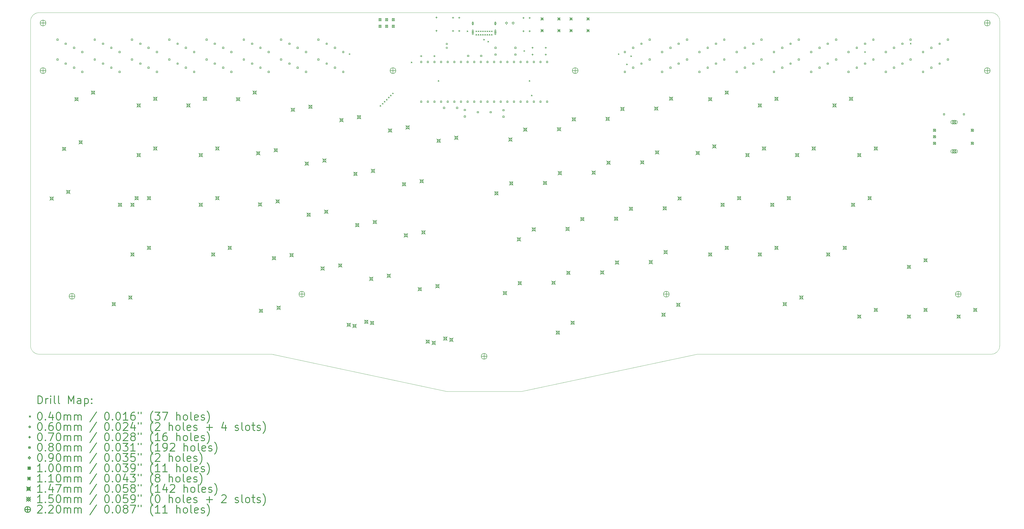
<source format=gbr>
%FSLAX45Y45*%
G04 Gerber Fmt 4.5, Leading zero omitted, Abs format (unit mm)*
G04 Created by KiCad (PCBNEW (5.1.6)-1) date 2020-10-24 16:54:33*
%MOMM*%
%LPD*%
G01*
G04 APERTURE LIST*
%TA.AperFunction,Profile*%
%ADD10C,0.050000*%
%TD*%
%ADD11C,0.200000*%
%ADD12C,0.300000*%
G04 APERTURE END LIST*
D10*
X2540000Y-8334375D02*
G75*
G02*
X2857500Y-8016875I317500J0D01*
G01*
X18494375Y-22542500D02*
X21351875Y-22542500D01*
X2857500Y-21113750D02*
G75*
G02*
X2540000Y-20796250I0J317500D01*
G01*
X39687500Y-20796250D02*
G75*
G02*
X39370000Y-21113750I-317500J0D01*
G01*
X39370000Y-8016875D02*
G75*
G02*
X39687500Y-8334375I0J-317500D01*
G01*
X28098750Y-21113750D02*
X21351875Y-22542500D01*
X39370000Y-21113750D02*
X28098750Y-21113750D01*
X11782425Y-21113750D02*
X18494375Y-22542500D01*
X2857500Y-21113750D02*
X11782425Y-21113750D01*
X39687500Y-8334375D02*
X39687500Y-20796250D01*
X2857500Y-8016875D02*
X39370000Y-8016875D01*
X2540000Y-8334375D02*
X2540000Y-20796250D01*
D11*
X14743750Y-9584375D02*
X14783750Y-9624375D01*
X14783750Y-9584375D02*
X14743750Y-9624375D01*
X15934375Y-11568750D02*
X15974375Y-11608750D01*
X15974375Y-11568750D02*
X15934375Y-11608750D01*
X16013750Y-11489375D02*
X16053750Y-11529375D01*
X16053750Y-11489375D02*
X16013750Y-11529375D01*
X16093125Y-11410000D02*
X16133125Y-11450000D01*
X16133125Y-11410000D02*
X16093125Y-11450000D01*
X16172500Y-11330625D02*
X16212500Y-11370625D01*
X16212500Y-11330625D02*
X16172500Y-11370625D01*
X16251875Y-11251250D02*
X16291875Y-11291250D01*
X16291875Y-11251250D02*
X16251875Y-11291250D01*
X16331250Y-11171875D02*
X16371250Y-11211875D01*
X16371250Y-11171875D02*
X16331250Y-11211875D01*
X16410625Y-11092500D02*
X16450625Y-11132500D01*
X16450625Y-11092500D02*
X16410625Y-11132500D01*
X17125000Y-9901875D02*
X17165000Y-9941875D01*
X17165000Y-9901875D02*
X17125000Y-9941875D01*
X18156875Y-10616250D02*
X18196875Y-10656250D01*
X18196875Y-10616250D02*
X18156875Y-10656250D01*
X19268125Y-8711250D02*
X19308125Y-8751250D01*
X19308125Y-8711250D02*
X19268125Y-8751250D01*
X19903125Y-9028750D02*
X19943125Y-9068750D01*
X19943125Y-9028750D02*
X19903125Y-9068750D01*
X20061875Y-9108125D02*
X20101875Y-9148125D01*
X20101875Y-9108125D02*
X20061875Y-9148125D01*
X21443000Y-9466900D02*
X21483000Y-9506900D01*
X21483000Y-9466900D02*
X21443000Y-9506900D01*
X21649375Y-10616250D02*
X21689375Y-10656250D01*
X21689375Y-10616250D02*
X21649375Y-10656250D01*
X21728750Y-11171875D02*
X21768750Y-11211875D01*
X21768750Y-11171875D02*
X21728750Y-11211875D01*
X25062500Y-9584375D02*
X25102500Y-9624375D01*
X25102500Y-9584375D02*
X25062500Y-9624375D01*
X25380000Y-9981250D02*
X25420000Y-10021250D01*
X25420000Y-9981250D02*
X25380000Y-10021250D01*
X25538750Y-9663750D02*
X25578750Y-9703750D01*
X25578750Y-9663750D02*
X25538750Y-9703750D01*
X34508125Y-9505000D02*
X34548125Y-9545000D01*
X34548125Y-9505000D02*
X34508125Y-9545000D01*
X36256462Y-9185413D02*
X36296462Y-9225413D01*
X36296462Y-9185413D02*
X36256462Y-9225413D01*
X19605125Y-8712500D02*
X19645125Y-8752500D01*
X19645125Y-8712500D02*
X19605125Y-8752500D01*
X19605625Y-8845000D02*
X19645625Y-8885000D01*
X19645625Y-8845000D02*
X19605625Y-8885000D01*
X19690125Y-8712500D02*
X19730125Y-8752500D01*
X19730125Y-8712500D02*
X19690125Y-8752500D01*
X19690625Y-8845000D02*
X19730625Y-8885000D01*
X19730625Y-8845000D02*
X19690625Y-8885000D01*
X19775125Y-8712500D02*
X19815125Y-8752500D01*
X19815125Y-8712500D02*
X19775125Y-8752500D01*
X19775625Y-8845000D02*
X19815625Y-8885000D01*
X19815625Y-8845000D02*
X19775625Y-8885000D01*
X19860125Y-8712500D02*
X19900125Y-8752500D01*
X19900125Y-8712500D02*
X19860125Y-8752500D01*
X19860625Y-8845000D02*
X19900625Y-8885000D01*
X19900625Y-8845000D02*
X19860625Y-8885000D01*
X19945125Y-8712500D02*
X19985125Y-8752500D01*
X19985125Y-8712500D02*
X19945125Y-8752500D01*
X19945625Y-8845000D02*
X19985625Y-8885000D01*
X19985625Y-8845000D02*
X19945625Y-8885000D01*
X20030125Y-8712500D02*
X20070125Y-8752500D01*
X20070125Y-8712500D02*
X20030125Y-8752500D01*
X20030625Y-8845000D02*
X20070625Y-8885000D01*
X20070625Y-8845000D02*
X20030625Y-8885000D01*
X20115125Y-8712500D02*
X20155125Y-8752500D01*
X20155125Y-8712500D02*
X20115125Y-8752500D01*
X20115625Y-8845000D02*
X20155625Y-8885000D01*
X20155625Y-8845000D02*
X20115625Y-8885000D01*
X20200625Y-8712500D02*
X20240625Y-8752500D01*
X20240625Y-8712500D02*
X20200625Y-8752500D01*
X20200625Y-8845000D02*
X20240625Y-8885000D01*
X20240625Y-8845000D02*
X20200625Y-8885000D01*
X18524375Y-9216250D02*
G75*
G03*
X18524375Y-9216250I-30000J0D01*
G01*
X18524375Y-9366250D02*
G75*
G03*
X18524375Y-9366250I-30000J0D01*
G01*
X19520625Y-8429000D02*
G75*
G03*
X19520625Y-8429000I-30000J0D01*
G01*
X19510625Y-8469000D02*
X19510625Y-8389000D01*
X19470625Y-8469000D02*
X19470625Y-8389000D01*
X19510625Y-8389000D02*
G75*
G03*
X19470625Y-8389000I-20000J0D01*
G01*
X19470625Y-8469000D02*
G75*
G03*
X19510625Y-8469000I20000J0D01*
G01*
X19520625Y-8767000D02*
G75*
G03*
X19520625Y-8767000I-30000J0D01*
G01*
X19510625Y-8842000D02*
X19510625Y-8692000D01*
X19470625Y-8842000D02*
X19470625Y-8692000D01*
X19510625Y-8692000D02*
G75*
G03*
X19470625Y-8692000I-20000J0D01*
G01*
X19470625Y-8842000D02*
G75*
G03*
X19510625Y-8842000I20000J0D01*
G01*
X20385625Y-8429000D02*
G75*
G03*
X20385625Y-8429000I-30000J0D01*
G01*
X20375625Y-8469000D02*
X20375625Y-8389000D01*
X20335625Y-8469000D02*
X20335625Y-8389000D01*
X20375625Y-8389000D02*
G75*
G03*
X20335625Y-8389000I-20000J0D01*
G01*
X20335625Y-8469000D02*
G75*
G03*
X20375625Y-8469000I20000J0D01*
G01*
X20385625Y-8767000D02*
G75*
G03*
X20385625Y-8767000I-30000J0D01*
G01*
X20375625Y-8842000D02*
X20375625Y-8692000D01*
X20335625Y-8842000D02*
X20335625Y-8692000D01*
X20375625Y-8692000D02*
G75*
G03*
X20335625Y-8692000I-20000J0D01*
G01*
X20335625Y-8842000D02*
G75*
G03*
X20375625Y-8842000I20000J0D01*
G01*
X21780500Y-9324900D02*
X21780500Y-9394900D01*
X21745500Y-9359900D02*
X21815500Y-9359900D01*
X22288500Y-9324900D02*
X22288500Y-9394900D01*
X22253500Y-9359900D02*
X22323500Y-9359900D01*
X21431250Y-8178725D02*
X21431250Y-8248725D01*
X21396250Y-8213725D02*
X21466250Y-8213725D01*
X21431250Y-8686725D02*
X21431250Y-8756725D01*
X21396250Y-8721725D02*
X21466250Y-8721725D01*
X17510125Y-9648750D02*
X17510125Y-9718750D01*
X17475125Y-9683750D02*
X17545125Y-9683750D01*
X18018125Y-9648750D02*
X18018125Y-9718750D01*
X17983125Y-9683750D02*
X18053125Y-9683750D01*
X21780500Y-9588425D02*
X21780500Y-9658425D01*
X21745500Y-9623425D02*
X21815500Y-9623425D01*
X22288500Y-9588425D02*
X22288500Y-9658425D01*
X22253500Y-9623425D02*
X22323500Y-9623425D01*
X21669375Y-8178725D02*
X21669375Y-8248725D01*
X21634375Y-8213725D02*
X21704375Y-8213725D01*
X21669375Y-8686725D02*
X21669375Y-8756725D01*
X21634375Y-8721725D02*
X21704375Y-8721725D01*
X18097500Y-8166025D02*
X18097500Y-8236025D01*
X18062500Y-8201025D02*
X18132500Y-8201025D01*
X18097500Y-8676025D02*
X18097500Y-8746025D01*
X18062500Y-8711025D02*
X18132500Y-8711025D01*
X18732500Y-8171900D02*
X18732500Y-8241900D01*
X18697500Y-8206900D02*
X18767500Y-8206900D01*
X18732500Y-8679900D02*
X18732500Y-8749900D01*
X18697500Y-8714900D02*
X18767500Y-8714900D01*
X18970625Y-8171900D02*
X18970625Y-8241900D01*
X18935625Y-8206900D02*
X19005625Y-8206900D01*
X18970625Y-8679900D02*
X18970625Y-8749900D01*
X18935625Y-8714900D02*
X19005625Y-8714900D01*
X20392735Y-9651710D02*
X20392735Y-9595141D01*
X20336166Y-9595141D01*
X20336166Y-9651710D01*
X20392735Y-9651710D01*
X21154735Y-9651710D02*
X21154735Y-9595141D01*
X21098166Y-9595141D01*
X21098166Y-9651710D01*
X21154735Y-9651710D01*
X4552660Y-9553285D02*
X4552660Y-9496716D01*
X4496091Y-9496716D01*
X4496091Y-9553285D01*
X4552660Y-9553285D01*
X4552660Y-10315285D02*
X4552660Y-10258716D01*
X4496091Y-10258716D01*
X4496091Y-10315285D01*
X4552660Y-10315285D01*
X10267660Y-9553285D02*
X10267660Y-9496716D01*
X10211091Y-9496716D01*
X10211091Y-9553285D01*
X10267660Y-9553285D01*
X10267660Y-10315285D02*
X10267660Y-10258716D01*
X10211091Y-10258716D01*
X10211091Y-10315285D01*
X10267660Y-10315285D01*
X11061410Y-9235785D02*
X11061410Y-9179216D01*
X11004841Y-9179216D01*
X11004841Y-9235785D01*
X11061410Y-9235785D01*
X11061410Y-9997785D02*
X11061410Y-9941216D01*
X11004841Y-9941216D01*
X11004841Y-9997785D01*
X11061410Y-9997785D01*
X10743910Y-9077035D02*
X10743910Y-9020466D01*
X10687341Y-9020466D01*
X10687341Y-9077035D01*
X10743910Y-9077035D01*
X10743910Y-9839035D02*
X10743910Y-9782466D01*
X10687341Y-9782466D01*
X10687341Y-9839035D01*
X10743910Y-9839035D01*
X33445159Y-9077035D02*
X33445159Y-9020466D01*
X33388590Y-9020466D01*
X33388590Y-9077035D01*
X33445159Y-9077035D01*
X33445159Y-9839035D02*
X33445159Y-9782466D01*
X33388590Y-9782466D01*
X33388590Y-9839035D01*
X33445159Y-9839035D01*
X33921410Y-9553285D02*
X33921410Y-9496716D01*
X33864841Y-9496716D01*
X33864841Y-9553285D01*
X33921410Y-9553285D01*
X33921410Y-10315285D02*
X33921410Y-10258716D01*
X33864841Y-10258716D01*
X33864841Y-10315285D01*
X33921410Y-10315285D01*
X11378909Y-9394535D02*
X11378909Y-9337966D01*
X11322340Y-9337966D01*
X11322340Y-9394535D01*
X11378909Y-9394535D01*
X11378909Y-10156535D02*
X11378909Y-10099966D01*
X11322340Y-10099966D01*
X11322340Y-10156535D01*
X11378909Y-10156535D01*
X35985160Y-9235785D02*
X35985160Y-9179216D01*
X35928591Y-9179216D01*
X35928591Y-9235785D01*
X35985160Y-9235785D01*
X35985160Y-9997785D02*
X35985160Y-9941216D01*
X35928591Y-9941216D01*
X35928591Y-9997785D01*
X35985160Y-9997785D01*
X37096410Y-9394535D02*
X37096410Y-9337966D01*
X37039841Y-9337966D01*
X37039841Y-9394535D01*
X37096410Y-9394535D01*
X37096410Y-10156535D02*
X37096410Y-10099966D01*
X37039841Y-10099966D01*
X37039841Y-10156535D01*
X37096410Y-10156535D01*
X29952659Y-9394535D02*
X29952659Y-9337966D01*
X29896090Y-9337966D01*
X29896090Y-9394535D01*
X29952659Y-9394535D01*
X29952659Y-10156535D02*
X29952659Y-10099966D01*
X29896090Y-10099966D01*
X29896090Y-10156535D01*
X29952659Y-10156535D01*
X12172659Y-9077035D02*
X12172659Y-9020466D01*
X12116090Y-9020466D01*
X12116090Y-9077035D01*
X12172659Y-9077035D01*
X12172659Y-9839035D02*
X12172659Y-9782466D01*
X12116090Y-9782466D01*
X12116090Y-9839035D01*
X12172659Y-9839035D01*
X29635159Y-9553285D02*
X29635159Y-9496716D01*
X29578590Y-9496716D01*
X29578590Y-9553285D01*
X29635159Y-9553285D01*
X29635159Y-10315285D02*
X29635159Y-10258716D01*
X29578590Y-10258716D01*
X29578590Y-10315285D01*
X29635159Y-10315285D01*
X26777659Y-9553285D02*
X26777659Y-9496716D01*
X26721090Y-9496716D01*
X26721090Y-9553285D01*
X26777659Y-9553285D01*
X26777659Y-10315285D02*
X26777659Y-10258716D01*
X26721090Y-10258716D01*
X26721090Y-10315285D01*
X26777659Y-10315285D01*
X27730159Y-9077035D02*
X27730159Y-9020466D01*
X27673590Y-9020466D01*
X27673590Y-9077035D01*
X27730159Y-9077035D01*
X27730159Y-9839035D02*
X27730159Y-9782466D01*
X27673590Y-9782466D01*
X27673590Y-9839035D01*
X27730159Y-9839035D01*
X25666409Y-9394535D02*
X25666409Y-9337966D01*
X25609840Y-9337966D01*
X25609840Y-9394535D01*
X25666409Y-9394535D01*
X25666409Y-10156535D02*
X25666409Y-10099966D01*
X25609840Y-10099966D01*
X25609840Y-10156535D01*
X25666409Y-10156535D01*
X34238910Y-9394535D02*
X34238910Y-9337966D01*
X34182341Y-9337966D01*
X34182341Y-9394535D01*
X34238910Y-9394535D01*
X34238910Y-10156535D02*
X34238910Y-10099966D01*
X34182341Y-10099966D01*
X34182341Y-10156535D01*
X34238910Y-10156535D01*
X6457659Y-9077035D02*
X6457659Y-9020466D01*
X6401090Y-9020466D01*
X6401090Y-9077035D01*
X6457659Y-9077035D01*
X6457659Y-9839035D02*
X6457659Y-9782466D01*
X6401090Y-9782466D01*
X6401090Y-9839035D01*
X6457659Y-9839035D01*
X27412659Y-9235785D02*
X27412659Y-9179216D01*
X27356090Y-9179216D01*
X27356090Y-9235785D01*
X27412659Y-9235785D01*
X27412659Y-9997785D02*
X27412659Y-9941216D01*
X27356090Y-9941216D01*
X27356090Y-9997785D01*
X27412659Y-9997785D01*
X25983909Y-9235785D02*
X25983909Y-9179216D01*
X25927340Y-9179216D01*
X25927340Y-9235785D01*
X25983909Y-9235785D01*
X25983909Y-9997785D02*
X25983909Y-9941216D01*
X25927340Y-9941216D01*
X25927340Y-9997785D01*
X25983909Y-9997785D01*
X35350160Y-9553285D02*
X35350160Y-9496716D01*
X35293591Y-9496716D01*
X35293591Y-9553285D01*
X35350160Y-9553285D01*
X35350160Y-10315285D02*
X35350160Y-10258716D01*
X35293591Y-10258716D01*
X35293591Y-10315285D01*
X35350160Y-10315285D01*
X3917659Y-9235785D02*
X3917659Y-9179216D01*
X3861090Y-9179216D01*
X3861090Y-9235785D01*
X3917659Y-9235785D01*
X3917659Y-9997785D02*
X3917659Y-9941216D01*
X3861090Y-9941216D01*
X3861090Y-9997785D01*
X3917659Y-9997785D01*
X5981409Y-9553285D02*
X5981409Y-9496716D01*
X5924840Y-9496716D01*
X5924840Y-9553285D01*
X5981409Y-9553285D01*
X5981409Y-10315285D02*
X5981409Y-10258716D01*
X5924840Y-10258716D01*
X5924840Y-10315285D01*
X5981409Y-10315285D01*
X6775159Y-9235785D02*
X6775159Y-9179216D01*
X6718590Y-9179216D01*
X6718590Y-9235785D01*
X6775159Y-9235785D01*
X6775159Y-9997785D02*
X6775159Y-9941216D01*
X6718590Y-9941216D01*
X6718590Y-9997785D01*
X6775159Y-9997785D01*
X28523909Y-9394535D02*
X28523909Y-9337966D01*
X28467340Y-9337966D01*
X28467340Y-9394535D01*
X28523909Y-9394535D01*
X28523909Y-10156535D02*
X28523909Y-10099966D01*
X28467340Y-10099966D01*
X28467340Y-10156535D01*
X28523909Y-10156535D01*
X31698909Y-9235785D02*
X31698909Y-9179216D01*
X31642340Y-9179216D01*
X31642340Y-9235785D01*
X31698909Y-9235785D01*
X31698909Y-9997785D02*
X31698909Y-9941216D01*
X31642340Y-9941216D01*
X31642340Y-9997785D01*
X31698909Y-9997785D01*
X27095159Y-9394535D02*
X27095159Y-9337966D01*
X27038590Y-9337966D01*
X27038590Y-9394535D01*
X27095159Y-9394535D01*
X27095159Y-10156535D02*
X27095159Y-10099966D01*
X27038590Y-10099966D01*
X27038590Y-10156535D01*
X27095159Y-10156535D01*
X26301409Y-9077035D02*
X26301409Y-9020466D01*
X26244840Y-9020466D01*
X26244840Y-9077035D01*
X26301409Y-9077035D01*
X26301409Y-9839035D02*
X26301409Y-9782466D01*
X26244840Y-9782466D01*
X26244840Y-9839035D01*
X26301409Y-9839035D01*
X32016409Y-9077035D02*
X32016409Y-9020466D01*
X31959840Y-9020466D01*
X31959840Y-9077035D01*
X32016409Y-9077035D01*
X32016409Y-9839035D02*
X32016409Y-9782466D01*
X31959840Y-9782466D01*
X31959840Y-9839035D01*
X32016409Y-9839035D01*
X37413910Y-9235785D02*
X37413910Y-9179216D01*
X37357341Y-9179216D01*
X37357341Y-9235785D01*
X37413910Y-9235785D01*
X37413910Y-9997785D02*
X37413910Y-9941216D01*
X37357341Y-9941216D01*
X37357341Y-9997785D01*
X37413910Y-9997785D01*
X19714235Y-11861509D02*
X19714235Y-11804940D01*
X19657666Y-11804940D01*
X19657666Y-11861509D01*
X19714235Y-11861509D01*
X20202235Y-11861509D02*
X20202235Y-11804940D01*
X20145666Y-11804940D01*
X20145666Y-11861509D01*
X20202235Y-11861509D01*
X8203909Y-9235785D02*
X8203909Y-9179216D01*
X8147340Y-9179216D01*
X8147340Y-9235785D01*
X8203909Y-9235785D01*
X8203909Y-9997785D02*
X8203909Y-9941216D01*
X8147340Y-9941216D01*
X8147340Y-9997785D01*
X8203909Y-9997785D01*
X18419535Y-11696409D02*
X18419535Y-11639840D01*
X18362966Y-11639840D01*
X18362966Y-11696409D01*
X18419535Y-11696409D01*
X18919535Y-11696409D02*
X18919535Y-11639840D01*
X18862966Y-11639840D01*
X18862966Y-11696409D01*
X18919535Y-11696409D01*
X13918909Y-9235785D02*
X13918909Y-9179216D01*
X13862340Y-9179216D01*
X13862340Y-9235785D01*
X13918909Y-9235785D01*
X13918909Y-9997785D02*
X13918909Y-9941216D01*
X13862340Y-9941216D01*
X13862340Y-9997785D01*
X13918909Y-9997785D01*
X12490159Y-9235785D02*
X12490159Y-9179216D01*
X12433590Y-9179216D01*
X12433590Y-9235785D01*
X12490159Y-9235785D01*
X12490159Y-9997785D02*
X12490159Y-9941216D01*
X12433590Y-9941216D01*
X12433590Y-9997785D01*
X12490159Y-9997785D01*
X37582185Y-11940884D02*
X37582185Y-11884315D01*
X37525616Y-11884315D01*
X37525616Y-11940884D01*
X37582185Y-11940884D01*
X38344185Y-11940884D02*
X38344185Y-11884315D01*
X38287616Y-11884315D01*
X38287616Y-11940884D01*
X38344185Y-11940884D01*
X28206409Y-9553285D02*
X28206409Y-9496716D01*
X28149840Y-9496716D01*
X28149840Y-9553285D01*
X28206409Y-9553285D01*
X28206409Y-10315285D02*
X28206409Y-10258716D01*
X28149840Y-10258716D01*
X28149840Y-10315285D01*
X28206409Y-10315285D01*
X29158909Y-9077035D02*
X29158909Y-9020466D01*
X29102340Y-9020466D01*
X29102340Y-9077035D01*
X29158909Y-9077035D01*
X29158909Y-9839035D02*
X29158909Y-9782466D01*
X29102340Y-9782466D01*
X29102340Y-9839035D01*
X29158909Y-9839035D01*
X7886409Y-9077035D02*
X7886409Y-9020466D01*
X7829840Y-9020466D01*
X7829840Y-9077035D01*
X7886409Y-9077035D01*
X7886409Y-9839035D02*
X7886409Y-9782466D01*
X7829840Y-9782466D01*
X7829840Y-9839035D01*
X7886409Y-9839035D01*
X30587659Y-9077035D02*
X30587659Y-9020466D01*
X30531090Y-9020466D01*
X30531090Y-9077035D01*
X30587659Y-9077035D01*
X30587659Y-9839035D02*
X30587659Y-9782466D01*
X30531090Y-9782466D01*
X30531090Y-9839035D01*
X30587659Y-9839035D01*
X9950160Y-9394535D02*
X9950160Y-9337966D01*
X9893591Y-9337966D01*
X9893591Y-9394535D01*
X9950160Y-9394535D01*
X9950160Y-10156535D02*
X9950160Y-10099966D01*
X9893591Y-10099966D01*
X9893591Y-10156535D01*
X9950160Y-10156535D01*
X11696409Y-9553285D02*
X11696409Y-9496716D01*
X11639840Y-9496716D01*
X11639840Y-9553285D01*
X11696409Y-9553285D01*
X11696409Y-10315285D02*
X11696409Y-10258716D01*
X11639840Y-10258716D01*
X11639840Y-10315285D01*
X11696409Y-10315285D01*
X17541585Y-9934285D02*
X17541585Y-9877716D01*
X17485016Y-9877716D01*
X17485016Y-9934285D01*
X17541585Y-9934285D01*
X17541585Y-11458284D02*
X17541585Y-11401715D01*
X17485016Y-11401715D01*
X17485016Y-11458284D01*
X17541585Y-11458284D01*
X17795585Y-9934285D02*
X17795585Y-9877716D01*
X17739016Y-9877716D01*
X17739016Y-9934285D01*
X17795585Y-9934285D01*
X17795585Y-11458284D02*
X17795585Y-11401715D01*
X17739016Y-11401715D01*
X17739016Y-11458284D01*
X17795585Y-11458284D01*
X18049585Y-9934285D02*
X18049585Y-9877716D01*
X17993016Y-9877716D01*
X17993016Y-9934285D01*
X18049585Y-9934285D01*
X18049585Y-11458284D02*
X18049585Y-11401715D01*
X17993016Y-11401715D01*
X17993016Y-11458284D01*
X18049585Y-11458284D01*
X18303585Y-9934285D02*
X18303585Y-9877716D01*
X18247016Y-9877716D01*
X18247016Y-9934285D01*
X18303585Y-9934285D01*
X18303585Y-11458284D02*
X18303585Y-11401715D01*
X18247016Y-11401715D01*
X18247016Y-11458284D01*
X18303585Y-11458284D01*
X18557585Y-9934285D02*
X18557585Y-9877716D01*
X18501016Y-9877716D01*
X18501016Y-9934285D01*
X18557585Y-9934285D01*
X18557585Y-11458284D02*
X18557585Y-11401715D01*
X18501016Y-11401715D01*
X18501016Y-11458284D01*
X18557585Y-11458284D01*
X18811585Y-9934285D02*
X18811585Y-9877716D01*
X18755016Y-9877716D01*
X18755016Y-9934285D01*
X18811585Y-9934285D01*
X18811585Y-11458284D02*
X18811585Y-11401715D01*
X18755016Y-11401715D01*
X18755016Y-11458284D01*
X18811585Y-11458284D01*
X19065585Y-9934285D02*
X19065585Y-9877716D01*
X19009016Y-9877716D01*
X19009016Y-9934285D01*
X19065585Y-9934285D01*
X19065585Y-11458284D02*
X19065585Y-11401715D01*
X19009016Y-11401715D01*
X19009016Y-11458284D01*
X19065585Y-11458284D01*
X19319585Y-9934285D02*
X19319585Y-9877716D01*
X19263016Y-9877716D01*
X19263016Y-9934285D01*
X19319585Y-9934285D01*
X19319585Y-11458284D02*
X19319585Y-11401715D01*
X19263016Y-11401715D01*
X19263016Y-11458284D01*
X19319585Y-11458284D01*
X19573585Y-9934285D02*
X19573585Y-9877716D01*
X19517016Y-9877716D01*
X19517016Y-9934285D01*
X19573585Y-9934285D01*
X19573585Y-11458284D02*
X19573585Y-11401715D01*
X19517016Y-11401715D01*
X19517016Y-11458284D01*
X19573585Y-11458284D01*
X19827585Y-9934285D02*
X19827585Y-9877716D01*
X19771016Y-9877716D01*
X19771016Y-9934285D01*
X19827585Y-9934285D01*
X19827585Y-11458284D02*
X19827585Y-11401715D01*
X19771016Y-11401715D01*
X19771016Y-11458284D01*
X19827585Y-11458284D01*
X20081585Y-9934285D02*
X20081585Y-9877716D01*
X20025016Y-9877716D01*
X20025016Y-9934285D01*
X20081585Y-9934285D01*
X20081585Y-11458284D02*
X20081585Y-11401715D01*
X20025016Y-11401715D01*
X20025016Y-11458284D01*
X20081585Y-11458284D01*
X20335585Y-9934285D02*
X20335585Y-9877716D01*
X20279016Y-9877716D01*
X20279016Y-9934285D01*
X20335585Y-9934285D01*
X20335585Y-11458284D02*
X20335585Y-11401715D01*
X20279016Y-11401715D01*
X20279016Y-11458284D01*
X20335585Y-11458284D01*
X20589585Y-9934285D02*
X20589585Y-9877716D01*
X20533016Y-9877716D01*
X20533016Y-9934285D01*
X20589585Y-9934285D01*
X20589585Y-11458284D02*
X20589585Y-11401715D01*
X20533016Y-11401715D01*
X20533016Y-11458284D01*
X20589585Y-11458284D01*
X20843585Y-9934285D02*
X20843585Y-9877716D01*
X20787016Y-9877716D01*
X20787016Y-9934285D01*
X20843585Y-9934285D01*
X20843585Y-11458284D02*
X20843585Y-11401715D01*
X20787016Y-11401715D01*
X20787016Y-11458284D01*
X20843585Y-11458284D01*
X21097585Y-9934285D02*
X21097585Y-9877716D01*
X21041016Y-9877716D01*
X21041016Y-9934285D01*
X21097585Y-9934285D01*
X21097585Y-11458284D02*
X21097585Y-11401715D01*
X21041016Y-11401715D01*
X21041016Y-11458284D01*
X21097585Y-11458284D01*
X21351585Y-9934285D02*
X21351585Y-9877716D01*
X21295016Y-9877716D01*
X21295016Y-9934285D01*
X21351585Y-9934285D01*
X21351585Y-11458284D02*
X21351585Y-11401715D01*
X21295016Y-11401715D01*
X21295016Y-11458284D01*
X21351585Y-11458284D01*
X21605585Y-9934285D02*
X21605585Y-9877716D01*
X21549016Y-9877716D01*
X21549016Y-9934285D01*
X21605585Y-9934285D01*
X21605585Y-11458284D02*
X21605585Y-11401715D01*
X21549016Y-11401715D01*
X21549016Y-11458284D01*
X21605585Y-11458284D01*
X21859585Y-9934285D02*
X21859585Y-9877716D01*
X21803016Y-9877716D01*
X21803016Y-9934285D01*
X21859585Y-9934285D01*
X21859585Y-11458284D02*
X21859585Y-11401715D01*
X21803016Y-11401715D01*
X21803016Y-11458284D01*
X21859585Y-11458284D01*
X22113585Y-9934285D02*
X22113585Y-9877716D01*
X22057016Y-9877716D01*
X22057016Y-9934285D01*
X22113585Y-9934285D01*
X22113585Y-11458284D02*
X22113585Y-11401715D01*
X22057016Y-11401715D01*
X22057016Y-11458284D01*
X22113585Y-11458284D01*
X22367585Y-9934285D02*
X22367585Y-9877716D01*
X22311016Y-9877716D01*
X22311016Y-9934285D01*
X22367585Y-9934285D01*
X22367585Y-11458284D02*
X22367585Y-11401715D01*
X22311016Y-11401715D01*
X22311016Y-11458284D01*
X22367585Y-11458284D01*
X37731410Y-9077035D02*
X37731410Y-9020466D01*
X37674841Y-9020466D01*
X37674841Y-9077035D01*
X37731410Y-9077035D01*
X37731410Y-9839035D02*
X37731410Y-9782466D01*
X37674841Y-9782466D01*
X37674841Y-9839035D01*
X37731410Y-9839035D01*
X9315160Y-9077035D02*
X9315160Y-9020466D01*
X9258591Y-9020466D01*
X9258591Y-9077035D01*
X9315160Y-9077035D01*
X9315160Y-9839035D02*
X9315160Y-9782466D01*
X9258591Y-9782466D01*
X9258591Y-9839035D01*
X9315160Y-9839035D01*
X20697535Y-11785309D02*
X20697535Y-11728740D01*
X20640966Y-11728740D01*
X20640966Y-11785309D01*
X20697535Y-11785309D01*
X20697535Y-12035309D02*
X20697535Y-11978740D01*
X20640966Y-11978740D01*
X20640966Y-12035309D01*
X20697535Y-12035309D01*
X7410159Y-9553285D02*
X7410159Y-9496716D01*
X7353590Y-9496716D01*
X7353590Y-9553285D01*
X7410159Y-9553285D01*
X7410159Y-10315285D02*
X7410159Y-10258716D01*
X7353590Y-10258716D01*
X7353590Y-10315285D01*
X7410159Y-10315285D01*
X13125159Y-9553285D02*
X13125159Y-9496716D01*
X13068590Y-9496716D01*
X13068590Y-9553285D01*
X13125159Y-9553285D01*
X13125159Y-10315285D02*
X13125159Y-10258716D01*
X13068590Y-10258716D01*
X13068590Y-10315285D01*
X13125159Y-10315285D01*
X31063909Y-9553285D02*
X31063909Y-9496716D01*
X31007340Y-9496716D01*
X31007340Y-9553285D01*
X31063909Y-9553285D01*
X31063909Y-10315285D02*
X31063909Y-10258716D01*
X31007340Y-10258716D01*
X31007340Y-10315285D01*
X31063909Y-10315285D01*
X8521410Y-9394535D02*
X8521410Y-9337966D01*
X8464841Y-9337966D01*
X8464841Y-9394535D01*
X8521410Y-9394535D01*
X8521410Y-10156535D02*
X8521410Y-10099966D01*
X8464841Y-10099966D01*
X8464841Y-10156535D01*
X8521410Y-10156535D01*
X34873910Y-9077035D02*
X34873910Y-9020466D01*
X34817341Y-9020466D01*
X34817341Y-9077035D01*
X34873910Y-9077035D01*
X34873910Y-9839035D02*
X34873910Y-9782466D01*
X34817341Y-9782466D01*
X34817341Y-9839035D01*
X34873910Y-9839035D01*
X14236409Y-9394535D02*
X14236409Y-9337966D01*
X14179840Y-9337966D01*
X14179840Y-9394535D01*
X14236409Y-9394535D01*
X14236409Y-10156535D02*
X14236409Y-10099966D01*
X14179840Y-10099966D01*
X14179840Y-10156535D01*
X14236409Y-10156535D01*
X30270159Y-9235785D02*
X30270159Y-9179216D01*
X30213590Y-9179216D01*
X30213590Y-9235785D01*
X30270159Y-9235785D01*
X30270159Y-9997785D02*
X30270159Y-9941216D01*
X30213590Y-9941216D01*
X30213590Y-9997785D01*
X30270159Y-9997785D01*
X5028910Y-9077035D02*
X5028910Y-9020466D01*
X4972341Y-9020466D01*
X4972341Y-9077035D01*
X5028910Y-9077035D01*
X5028910Y-9839035D02*
X5028910Y-9782466D01*
X4972341Y-9782466D01*
X4972341Y-9839035D01*
X5028910Y-9839035D01*
X4235160Y-9394535D02*
X4235160Y-9337966D01*
X4178590Y-9337966D01*
X4178590Y-9394535D01*
X4235160Y-9394535D01*
X4235160Y-10156535D02*
X4235160Y-10099966D01*
X4178590Y-10099966D01*
X4178590Y-10156535D01*
X4235160Y-10156535D01*
X36302660Y-9077035D02*
X36302660Y-9020466D01*
X36246091Y-9020466D01*
X36246091Y-9077035D01*
X36302660Y-9077035D01*
X36302660Y-9839035D02*
X36302660Y-9782466D01*
X36246091Y-9782466D01*
X36246091Y-9839035D01*
X36302660Y-9839035D01*
X8838910Y-9553285D02*
X8838910Y-9496716D01*
X8782341Y-9496716D01*
X8782341Y-9553285D01*
X8838910Y-9553285D01*
X8838910Y-10315285D02*
X8838910Y-10258716D01*
X8782341Y-10258716D01*
X8782341Y-10315285D01*
X8838910Y-10315285D01*
X14553909Y-9553285D02*
X14553909Y-9496716D01*
X14497340Y-9496716D01*
X14497340Y-9553285D01*
X14553909Y-9553285D01*
X14553909Y-10315285D02*
X14553909Y-10258716D01*
X14497340Y-10258716D01*
X14497340Y-10315285D01*
X14553909Y-10315285D01*
X32492659Y-9553285D02*
X32492659Y-9496716D01*
X32436090Y-9496716D01*
X32436090Y-9553285D01*
X32492659Y-9553285D01*
X32492659Y-10315285D02*
X32492659Y-10258716D01*
X32436090Y-10258716D01*
X32436090Y-10315285D01*
X32492659Y-10315285D01*
X34556410Y-9235785D02*
X34556410Y-9179216D01*
X34499841Y-9179216D01*
X34499841Y-9235785D01*
X34556410Y-9235785D01*
X34556410Y-9997785D02*
X34556410Y-9941216D01*
X34499841Y-9941216D01*
X34499841Y-9997785D01*
X34556410Y-9997785D01*
X13601409Y-9077035D02*
X13601409Y-9020466D01*
X13544840Y-9020466D01*
X13544840Y-9077035D01*
X13601409Y-9077035D01*
X13601409Y-9839035D02*
X13601409Y-9782466D01*
X13544840Y-9782466D01*
X13544840Y-9839035D01*
X13601409Y-9839035D01*
X33127659Y-9235785D02*
X33127659Y-9179216D01*
X33071090Y-9179216D01*
X33071090Y-9235785D01*
X33127659Y-9235785D01*
X33127659Y-9997785D02*
X33127659Y-9941216D01*
X33071090Y-9941216D01*
X33071090Y-9997785D01*
X33127659Y-9997785D01*
X5346410Y-9235785D02*
X5346410Y-9179216D01*
X5289841Y-9179216D01*
X5289841Y-9235785D01*
X5346410Y-9235785D01*
X5346410Y-9997785D02*
X5346410Y-9941216D01*
X5289841Y-9941216D01*
X5289841Y-9997785D01*
X5346410Y-9997785D01*
X36778910Y-9553285D02*
X36778910Y-9496716D01*
X36722341Y-9496716D01*
X36722341Y-9553285D01*
X36778910Y-9553285D01*
X36778910Y-10315285D02*
X36778910Y-10258716D01*
X36722341Y-10258716D01*
X36722341Y-10315285D01*
X36778910Y-10315285D01*
X19211635Y-11775784D02*
X19211635Y-11719215D01*
X19155066Y-11719215D01*
X19155066Y-11775784D01*
X19211635Y-11775784D01*
X19211635Y-12025784D02*
X19211635Y-11969215D01*
X19155066Y-11969215D01*
X19155066Y-12025784D01*
X19211635Y-12025784D01*
X9632660Y-9235785D02*
X9632660Y-9179216D01*
X9576091Y-9179216D01*
X9576091Y-9235785D01*
X9632660Y-9235785D01*
X9632660Y-9997785D02*
X9632660Y-9941216D01*
X9576091Y-9941216D01*
X9576091Y-9997785D01*
X9632660Y-9997785D01*
X32810159Y-9394535D02*
X32810159Y-9337966D01*
X32753590Y-9337966D01*
X32753590Y-9394535D01*
X32810159Y-9394535D01*
X32810159Y-10156535D02*
X32810159Y-10099966D01*
X32753590Y-10099966D01*
X32753590Y-10156535D01*
X32810159Y-10156535D01*
X25348909Y-9553285D02*
X25348909Y-9496716D01*
X25292340Y-9496716D01*
X25292340Y-9553285D01*
X25348909Y-9553285D01*
X25348909Y-10315285D02*
X25348909Y-10258716D01*
X25292340Y-10258716D01*
X25292340Y-10315285D01*
X25348909Y-10315285D01*
X3600159Y-9077035D02*
X3600159Y-9020466D01*
X3543590Y-9020466D01*
X3543590Y-9077035D01*
X3600159Y-9077035D01*
X3600159Y-9839035D02*
X3600159Y-9782466D01*
X3543590Y-9782466D01*
X3543590Y-9839035D01*
X3600159Y-9839035D01*
X28841409Y-9235785D02*
X28841409Y-9179216D01*
X28784840Y-9179216D01*
X28784840Y-9235785D01*
X28841409Y-9235785D01*
X28841409Y-9997785D02*
X28841409Y-9941216D01*
X28784840Y-9941216D01*
X28784840Y-9997785D01*
X28841409Y-9997785D01*
X31381409Y-9394535D02*
X31381409Y-9337966D01*
X31324840Y-9337966D01*
X31324840Y-9394535D01*
X31381409Y-9394535D01*
X31381409Y-10156535D02*
X31381409Y-10099966D01*
X31324840Y-10099966D01*
X31324840Y-10156535D01*
X31381409Y-10156535D01*
X7092659Y-9394535D02*
X7092659Y-9337966D01*
X7036090Y-9337966D01*
X7036090Y-9394535D01*
X7092659Y-9394535D01*
X7092659Y-10156535D02*
X7092659Y-10099966D01*
X7036090Y-10099966D01*
X7036090Y-10156535D01*
X7092659Y-10156535D01*
X35667660Y-9394535D02*
X35667660Y-9337966D01*
X35611091Y-9337966D01*
X35611091Y-9394535D01*
X35667660Y-9394535D01*
X35667660Y-10156535D02*
X35667660Y-10099966D01*
X35611091Y-10099966D01*
X35611091Y-10156535D01*
X35667660Y-10156535D01*
X5663909Y-9394535D02*
X5663909Y-9337966D01*
X5607340Y-9337966D01*
X5607340Y-9394535D01*
X5663909Y-9394535D01*
X5663909Y-10156535D02*
X5663909Y-10099966D01*
X5607340Y-10099966D01*
X5607340Y-10156535D01*
X5663909Y-10156535D01*
X19340285Y-9702510D02*
X19340285Y-9645941D01*
X19283716Y-9645941D01*
X19283716Y-9702510D01*
X19340285Y-9702510D01*
X19840285Y-9702510D02*
X19840285Y-9645941D01*
X19783716Y-9645941D01*
X19783716Y-9702510D01*
X19840285Y-9702510D01*
X12807659Y-9394535D02*
X12807659Y-9337966D01*
X12751090Y-9337966D01*
X12751090Y-9394535D01*
X12807659Y-9394535D01*
X12807659Y-10156535D02*
X12807659Y-10099966D01*
X12751090Y-10099966D01*
X12751090Y-10156535D01*
X12807659Y-10156535D01*
X20392735Y-9391360D02*
X20392735Y-9334791D01*
X20336166Y-9334791D01*
X20336166Y-9391360D01*
X20392735Y-9391360D01*
X21154735Y-9391360D02*
X21154735Y-9334791D01*
X21098166Y-9334791D01*
X21098166Y-9391360D01*
X21154735Y-9391360D01*
X20780375Y-8458750D02*
X20825375Y-8413750D01*
X20780375Y-8368750D01*
X20735375Y-8413750D01*
X20780375Y-8458750D01*
X21034375Y-8458750D02*
X21079375Y-8413750D01*
X21034375Y-8368750D01*
X20989375Y-8413750D01*
X21034375Y-8458750D01*
X37141250Y-12475000D02*
X37241250Y-12575000D01*
X37241250Y-12475000D02*
X37141250Y-12575000D01*
X37241250Y-12525000D02*
G75*
G03*
X37241250Y-12525000I-50000J0D01*
G01*
X37141250Y-12725000D02*
X37241250Y-12825000D01*
X37241250Y-12725000D02*
X37141250Y-12825000D01*
X37241250Y-12775000D02*
G75*
G03*
X37241250Y-12775000I-50000J0D01*
G01*
X37141250Y-12975000D02*
X37241250Y-13075000D01*
X37241250Y-12975000D02*
X37141250Y-13075000D01*
X37241250Y-13025000D02*
G75*
G03*
X37241250Y-13025000I-50000J0D01*
G01*
X38591250Y-12475000D02*
X38691250Y-12575000D01*
X38691250Y-12475000D02*
X38591250Y-12575000D01*
X38691250Y-12525000D02*
G75*
G03*
X38691250Y-12525000I-50000J0D01*
G01*
X38591250Y-12975000D02*
X38691250Y-13075000D01*
X38691250Y-12975000D02*
X38591250Y-13075000D01*
X38691250Y-13025000D02*
G75*
G03*
X38691250Y-13025000I-50000J0D01*
G01*
X15885325Y-8234751D02*
X15985325Y-8334751D01*
X15985325Y-8234751D02*
X15885325Y-8334751D01*
X15985325Y-8284751D02*
G75*
G03*
X15985325Y-8284751I-50000J0D01*
G01*
X15885325Y-8488751D02*
X15985325Y-8588751D01*
X15985325Y-8488751D02*
X15885325Y-8588751D01*
X15985325Y-8538751D02*
G75*
G03*
X15985325Y-8538751I-50000J0D01*
G01*
X16139325Y-8234751D02*
X16239325Y-8334751D01*
X16239325Y-8234751D02*
X16139325Y-8334751D01*
X16239325Y-8284751D02*
G75*
G03*
X16239325Y-8284751I-50000J0D01*
G01*
X16139325Y-8488751D02*
X16239325Y-8588751D01*
X16239325Y-8488751D02*
X16139325Y-8588751D01*
X16239325Y-8538751D02*
G75*
G03*
X16239325Y-8538751I-50000J0D01*
G01*
X16393325Y-8234751D02*
X16493325Y-8334751D01*
X16493325Y-8234751D02*
X16393325Y-8334751D01*
X16493325Y-8284751D02*
G75*
G03*
X16493325Y-8284751I-50000J0D01*
G01*
X16393325Y-8488751D02*
X16493325Y-8588751D01*
X16493325Y-8488751D02*
X16393325Y-8588751D01*
X16493325Y-8538751D02*
G75*
G03*
X16493325Y-8538751I-50000J0D01*
G01*
X23201875Y-8200000D02*
X23311875Y-8310000D01*
X23311875Y-8200000D02*
X23201875Y-8310000D01*
X23256875Y-8200000D02*
X23256875Y-8310000D01*
X23201875Y-8255000D02*
X23311875Y-8255000D01*
X23201875Y-8650000D02*
X23311875Y-8760000D01*
X23311875Y-8650000D02*
X23201875Y-8760000D01*
X23256875Y-8650000D02*
X23256875Y-8760000D01*
X23201875Y-8705000D02*
X23311875Y-8705000D01*
X23851875Y-8200000D02*
X23961875Y-8310000D01*
X23961875Y-8200000D02*
X23851875Y-8310000D01*
X23906875Y-8200000D02*
X23906875Y-8310000D01*
X23851875Y-8255000D02*
X23961875Y-8255000D01*
X23851875Y-8650000D02*
X23961875Y-8760000D01*
X23961875Y-8650000D02*
X23851875Y-8760000D01*
X23906875Y-8650000D02*
X23906875Y-8760000D01*
X23851875Y-8705000D02*
X23961875Y-8705000D01*
X22090625Y-8200000D02*
X22200625Y-8310000D01*
X22200625Y-8200000D02*
X22090625Y-8310000D01*
X22145625Y-8200000D02*
X22145625Y-8310000D01*
X22090625Y-8255000D02*
X22200625Y-8255000D01*
X22090625Y-8650000D02*
X22200625Y-8760000D01*
X22200625Y-8650000D02*
X22090625Y-8760000D01*
X22145625Y-8650000D02*
X22145625Y-8760000D01*
X22090625Y-8705000D02*
X22200625Y-8705000D01*
X22740625Y-8200000D02*
X22850625Y-8310000D01*
X22850625Y-8200000D02*
X22740625Y-8310000D01*
X22795625Y-8200000D02*
X22795625Y-8310000D01*
X22740625Y-8255000D02*
X22850625Y-8255000D01*
X22740625Y-8650000D02*
X22850625Y-8760000D01*
X22850625Y-8650000D02*
X22740625Y-8760000D01*
X22795625Y-8650000D02*
X22795625Y-8760000D01*
X22740625Y-8705000D02*
X22850625Y-8705000D01*
X34232375Y-13404375D02*
X34379375Y-13551375D01*
X34379375Y-13404375D02*
X34232375Y-13551375D01*
X34357848Y-13529848D02*
X34357848Y-13425902D01*
X34253902Y-13425902D01*
X34253902Y-13529848D01*
X34357848Y-13529848D01*
X34867375Y-13150375D02*
X35014375Y-13297375D01*
X35014375Y-13150375D02*
X34867375Y-13297375D01*
X34992848Y-13275848D02*
X34992848Y-13171902D01*
X34888902Y-13171902D01*
X34888902Y-13275848D01*
X34992848Y-13275848D01*
X31851125Y-13404375D02*
X31998125Y-13551375D01*
X31998125Y-13404375D02*
X31851125Y-13551375D01*
X31976598Y-13529848D02*
X31976598Y-13425902D01*
X31872652Y-13425902D01*
X31872652Y-13529848D01*
X31976598Y-13529848D01*
X32486125Y-13150375D02*
X32633125Y-13297375D01*
X32633125Y-13150375D02*
X32486125Y-13297375D01*
X32611598Y-13275848D02*
X32611598Y-13171902D01*
X32507652Y-13171902D01*
X32507652Y-13275848D01*
X32611598Y-13275848D01*
X20649827Y-18696301D02*
X20796827Y-18843301D01*
X20796827Y-18696301D02*
X20649827Y-18843301D01*
X20775300Y-18821774D02*
X20775300Y-18717828D01*
X20671354Y-18717828D01*
X20671354Y-18821774D01*
X20775300Y-18821774D01*
X21218141Y-18315827D02*
X21365141Y-18462827D01*
X21365141Y-18315827D02*
X21218141Y-18462827D01*
X21343614Y-18441300D02*
X21343614Y-18337355D01*
X21239668Y-18337355D01*
X21239668Y-18441300D01*
X21343614Y-18441300D01*
X23048812Y-16238822D02*
X23195812Y-16385822D01*
X23195812Y-16238822D02*
X23048812Y-16385822D01*
X23174285Y-16364295D02*
X23174285Y-16260349D01*
X23070339Y-16260349D01*
X23070339Y-16364295D01*
X23174285Y-16364295D01*
X23617126Y-15858348D02*
X23764126Y-16005348D01*
X23764126Y-15858348D02*
X23617126Y-16005348D01*
X23742599Y-15983821D02*
X23742599Y-15879876D01*
X23638653Y-15879876D01*
X23638653Y-15983821D01*
X23742599Y-15983821D01*
X11300160Y-19376179D02*
X11447160Y-19523179D01*
X11447160Y-19376179D02*
X11300160Y-19523179D01*
X11425633Y-19501652D02*
X11425633Y-19397707D01*
X11321687Y-19397707D01*
X11321687Y-19501652D01*
X11425633Y-19501652D01*
X11974094Y-19259754D02*
X12121094Y-19406754D01*
X12121094Y-19259754D02*
X11974094Y-19406754D01*
X12099566Y-19385227D02*
X12099566Y-19281281D01*
X11995621Y-19281281D01*
X11995621Y-19385227D01*
X12099566Y-19385227D01*
X17387690Y-18545743D02*
X17534690Y-18692743D01*
X17534690Y-18545743D02*
X17387690Y-18692743D01*
X17513163Y-18671215D02*
X17513163Y-18567270D01*
X17409217Y-18567270D01*
X17409217Y-18671215D01*
X17513163Y-18671215D01*
X18061624Y-18429317D02*
X18208624Y-18576317D01*
X18208624Y-18429317D02*
X18061624Y-18576317D01*
X18187096Y-18554790D02*
X18187096Y-18450844D01*
X18083151Y-18450844D01*
X18083151Y-18554790D01*
X18187096Y-18554790D01*
X25913640Y-13682325D02*
X26060640Y-13829325D01*
X26060640Y-13682325D02*
X25913640Y-13829325D01*
X26039112Y-13807798D02*
X26039112Y-13703852D01*
X25935167Y-13703852D01*
X25935167Y-13807798D01*
X26039112Y-13807798D01*
X26481954Y-13301852D02*
X26628954Y-13448852D01*
X26628954Y-13301852D02*
X26481954Y-13448852D01*
X26607427Y-13427324D02*
X26607427Y-13323379D01*
X26503481Y-13323379D01*
X26503481Y-13427324D01*
X26607427Y-13427324D01*
X9467375Y-17214375D02*
X9614375Y-17361375D01*
X9614375Y-17214375D02*
X9467375Y-17361375D01*
X9592848Y-17339848D02*
X9592848Y-17235902D01*
X9488902Y-17235902D01*
X9488902Y-17339848D01*
X9592848Y-17339848D01*
X10102375Y-16960375D02*
X10249375Y-17107375D01*
X10249375Y-16960375D02*
X10102375Y-17107375D01*
X10227848Y-17085848D02*
X10227848Y-16981902D01*
X10123902Y-16981902D01*
X10123902Y-17085848D01*
X10227848Y-17085848D01*
X26449253Y-11620918D02*
X26596253Y-11767918D01*
X26596253Y-11620918D02*
X26449253Y-11767918D01*
X26574726Y-11746391D02*
X26574726Y-11642445D01*
X26470781Y-11642445D01*
X26470781Y-11746391D01*
X26574726Y-11746391D01*
X27017568Y-11240445D02*
X27164568Y-11387445D01*
X27164568Y-11240445D02*
X27017568Y-11387445D01*
X27143040Y-11365917D02*
X27143040Y-11261972D01*
X27039095Y-11261972D01*
X27039095Y-11365917D01*
X27143040Y-11365917D01*
X8991125Y-13404375D02*
X9138125Y-13551375D01*
X9138125Y-13404375D02*
X8991125Y-13551375D01*
X9116598Y-13529848D02*
X9116598Y-13425902D01*
X9012652Y-13425902D01*
X9012652Y-13529848D01*
X9116598Y-13529848D01*
X9626125Y-13150375D02*
X9773125Y-13297375D01*
X9773125Y-13150375D02*
X9626125Y-13297375D01*
X9751598Y-13275848D02*
X9751598Y-13171902D01*
X9647652Y-13171902D01*
X9647652Y-13275848D01*
X9751598Y-13275848D01*
X22513198Y-18300229D02*
X22660198Y-18447229D01*
X22660198Y-18300229D02*
X22513198Y-18447229D01*
X22638671Y-18425702D02*
X22638671Y-18321756D01*
X22534725Y-18321756D01*
X22534725Y-18425702D01*
X22638671Y-18425702D01*
X23081512Y-17919756D02*
X23228512Y-18066756D01*
X23228512Y-17919756D02*
X23081512Y-18066756D01*
X23206985Y-18045228D02*
X23206985Y-17941283D01*
X23103039Y-17941283D01*
X23103039Y-18045228D01*
X23206985Y-18045228D01*
X16782305Y-14521946D02*
X16929305Y-14668946D01*
X16929305Y-14521946D02*
X16782305Y-14668946D01*
X16907778Y-14647419D02*
X16907778Y-14543473D01*
X16803833Y-14543473D01*
X16803833Y-14647419D01*
X16907778Y-14647419D01*
X17456239Y-14405521D02*
X17603239Y-14552521D01*
X17603239Y-14405521D02*
X17456239Y-14552521D01*
X17581711Y-14530993D02*
X17581711Y-14427048D01*
X17477766Y-14427048D01*
X17477766Y-14530993D01*
X17581711Y-14530993D01*
X13055563Y-13729803D02*
X13202563Y-13876803D01*
X13202563Y-13729803D02*
X13055563Y-13876803D01*
X13181036Y-13855276D02*
X13181036Y-13751330D01*
X13077090Y-13751330D01*
X13077090Y-13855276D01*
X13181036Y-13855276D01*
X13729496Y-13613377D02*
X13876496Y-13760377D01*
X13876496Y-13613377D02*
X13729496Y-13760377D01*
X13854969Y-13738850D02*
X13854969Y-13634904D01*
X13751023Y-13634904D01*
X13751023Y-13738850D01*
X13854969Y-13738850D01*
X22722511Y-12413062D02*
X22869511Y-12560062D01*
X22869511Y-12413062D02*
X22722511Y-12560062D01*
X22847984Y-12538534D02*
X22847984Y-12434589D01*
X22744038Y-12434589D01*
X22744038Y-12538534D01*
X22847984Y-12538534D01*
X23290825Y-12032588D02*
X23437825Y-12179588D01*
X23437825Y-12032588D02*
X23290825Y-12179588D01*
X23416298Y-12158061D02*
X23416298Y-12054115D01*
X23312352Y-12054115D01*
X23312352Y-12158061D01*
X23416298Y-12158061D01*
X6609875Y-13404375D02*
X6756875Y-13551375D01*
X6756875Y-13404375D02*
X6609875Y-13551375D01*
X6735348Y-13529848D02*
X6735348Y-13425902D01*
X6631402Y-13425902D01*
X6631402Y-13529848D01*
X6735348Y-13529848D01*
X7244875Y-13150375D02*
X7391875Y-13297375D01*
X7391875Y-13150375D02*
X7244875Y-13297375D01*
X7370348Y-13275848D02*
X7370348Y-13171902D01*
X7266402Y-13171902D01*
X7266402Y-13275848D01*
X7370348Y-13275848D01*
X20859140Y-12809133D02*
X21006140Y-12956133D01*
X21006140Y-12809133D02*
X20859140Y-12956133D01*
X20984613Y-12934606D02*
X20984613Y-12830661D01*
X20880667Y-12830661D01*
X20880667Y-12934606D01*
X20984613Y-12934606D01*
X21427454Y-12428660D02*
X21574454Y-12575660D01*
X21574454Y-12428660D02*
X21427454Y-12575660D01*
X21552927Y-12554133D02*
X21552927Y-12450187D01*
X21448981Y-12450187D01*
X21448981Y-12554133D01*
X21552927Y-12554133D01*
X26775554Y-15446678D02*
X26922554Y-15593678D01*
X26922554Y-15446678D02*
X26775554Y-15593678D01*
X26901027Y-15572151D02*
X26901027Y-15468206D01*
X26797081Y-15468206D01*
X26797081Y-15572151D01*
X26901027Y-15572151D01*
X27343868Y-15066205D02*
X27490868Y-15213205D01*
X27490868Y-15066205D02*
X27343868Y-15213205D01*
X27469341Y-15191678D02*
X27469341Y-15087732D01*
X27365396Y-15087732D01*
X27365396Y-15191678D01*
X27469341Y-15191678D01*
X31374875Y-19119375D02*
X31521875Y-19266375D01*
X31521875Y-19119375D02*
X31374875Y-19266375D01*
X31500348Y-19244848D02*
X31500348Y-19140902D01*
X31396402Y-19140902D01*
X31396402Y-19244848D01*
X31500348Y-19244848D01*
X32009875Y-18865375D02*
X32156875Y-19012375D01*
X32156875Y-18865375D02*
X32009875Y-19012375D01*
X32135348Y-18990848D02*
X32135348Y-18886902D01*
X32031402Y-18886902D01*
X32031402Y-18990848D01*
X32135348Y-18990848D01*
X15524319Y-18149671D02*
X15671319Y-18296671D01*
X15671319Y-18149671D02*
X15524319Y-18296671D01*
X15649792Y-18275144D02*
X15649792Y-18171198D01*
X15545846Y-18171198D01*
X15545846Y-18275144D01*
X15649792Y-18275144D01*
X16198252Y-18033245D02*
X16345252Y-18180245D01*
X16345252Y-18033245D02*
X16198252Y-18180245D01*
X16323725Y-18158718D02*
X16323725Y-18054772D01*
X16219779Y-18054772D01*
X16219779Y-18158718D01*
X16323725Y-18158718D01*
X11261963Y-15296120D02*
X11408963Y-15443120D01*
X11408963Y-15296120D02*
X11261963Y-15443120D01*
X11387436Y-15421593D02*
X11387436Y-15317647D01*
X11283490Y-15317647D01*
X11283490Y-15421593D01*
X11387436Y-15421593D01*
X11935896Y-15179694D02*
X12082896Y-15326694D01*
X12082896Y-15179694D02*
X11935896Y-15326694D01*
X12061369Y-15305167D02*
X12061369Y-15201222D01*
X11957423Y-15201222D01*
X11957423Y-15305167D01*
X12061369Y-15305167D01*
X24585882Y-12016990D02*
X24732882Y-12163990D01*
X24732882Y-12016990D02*
X24585882Y-12163990D01*
X24711355Y-12142463D02*
X24711355Y-12038517D01*
X24607409Y-12038517D01*
X24607409Y-12142463D01*
X24711355Y-12142463D01*
X25154196Y-11636516D02*
X25301196Y-11783516D01*
X25301196Y-11636516D02*
X25154196Y-11783516D01*
X25279669Y-11761989D02*
X25279669Y-11658044D01*
X25175724Y-11658044D01*
X25175724Y-11761989D01*
X25279669Y-11761989D01*
X10419875Y-11261250D02*
X10566875Y-11408250D01*
X10566875Y-11261250D02*
X10419875Y-11408250D01*
X10545348Y-11386723D02*
X10545348Y-11282777D01*
X10441402Y-11282777D01*
X10441402Y-11386723D01*
X10545348Y-11386723D01*
X11054875Y-11007250D02*
X11201875Y-11154250D01*
X11201875Y-11007250D02*
X11054875Y-11154250D01*
X11180348Y-11132723D02*
X11180348Y-11028777D01*
X11076402Y-11028777D01*
X11076402Y-11132723D01*
X11180348Y-11132723D01*
X24376569Y-17904157D02*
X24523569Y-18051157D01*
X24523569Y-17904157D02*
X24376569Y-18051157D01*
X24502042Y-18029630D02*
X24502042Y-17925685D01*
X24398096Y-17925685D01*
X24398096Y-18029630D01*
X24502042Y-18029630D01*
X24944883Y-17523684D02*
X25091883Y-17670684D01*
X25091883Y-17523684D02*
X24944883Y-17670684D01*
X25070356Y-17649157D02*
X25070356Y-17545211D01*
X24966411Y-17545211D01*
X24966411Y-17649157D01*
X25070356Y-17649157D01*
X21185441Y-16634894D02*
X21332441Y-16781894D01*
X21332441Y-16634894D02*
X21185441Y-16781894D01*
X21310914Y-16760367D02*
X21310914Y-16656421D01*
X21206968Y-16656421D01*
X21206968Y-16760367D01*
X21310914Y-16760367D01*
X21753755Y-16254420D02*
X21900755Y-16401420D01*
X21900755Y-16254420D02*
X21753755Y-16401420D01*
X21879228Y-16379893D02*
X21879228Y-16275947D01*
X21775282Y-16275947D01*
X21775282Y-16379893D01*
X21879228Y-16379893D01*
X33279875Y-11499375D02*
X33426875Y-11646375D01*
X33426875Y-11499375D02*
X33279875Y-11646375D01*
X33405348Y-11624848D02*
X33405348Y-11520902D01*
X33301402Y-11520902D01*
X33301402Y-11624848D01*
X33405348Y-11624848D01*
X33914875Y-11245375D02*
X34061875Y-11392375D01*
X34061875Y-11245375D02*
X33914875Y-11392375D01*
X34040348Y-11370848D02*
X34040348Y-11266902D01*
X33936402Y-11266902D01*
X33936402Y-11370848D01*
X34040348Y-11370848D01*
X6371750Y-17214375D02*
X6518750Y-17361375D01*
X6518750Y-17214375D02*
X6371750Y-17361375D01*
X6497223Y-17339848D02*
X6497223Y-17235902D01*
X6393277Y-17235902D01*
X6393277Y-17339848D01*
X6497223Y-17339848D01*
X7006750Y-16960375D02*
X7153750Y-17107375D01*
X7153750Y-16960375D02*
X7006750Y-17107375D01*
X7132223Y-17085848D02*
X7132223Y-16981902D01*
X7028277Y-16981902D01*
X7028277Y-17085848D01*
X7132223Y-17085848D01*
X30898625Y-15309375D02*
X31045625Y-15456375D01*
X31045625Y-15309375D02*
X30898625Y-15456375D01*
X31024098Y-15434848D02*
X31024098Y-15330902D01*
X30920152Y-15330902D01*
X30920152Y-15434848D01*
X31024098Y-15434848D01*
X31533625Y-15055375D02*
X31680625Y-15202375D01*
X31680625Y-15055375D02*
X31533625Y-15202375D01*
X31659098Y-15180848D02*
X31659098Y-15076902D01*
X31555152Y-15076902D01*
X31555152Y-15180848D01*
X31659098Y-15180848D01*
X28517375Y-11261250D02*
X28664375Y-11408250D01*
X28664375Y-11261250D02*
X28517375Y-11408250D01*
X28642848Y-11386723D02*
X28642848Y-11282777D01*
X28538902Y-11282777D01*
X28538902Y-11386723D01*
X28642848Y-11386723D01*
X29152375Y-11007250D02*
X29299375Y-11154250D01*
X29299375Y-11007250D02*
X29152375Y-11154250D01*
X29277848Y-11132723D02*
X29277848Y-11028777D01*
X29173902Y-11028777D01*
X29173902Y-11132723D01*
X29277848Y-11132723D01*
X3276125Y-15071250D02*
X3423125Y-15218250D01*
X3423125Y-15071250D02*
X3276125Y-15218250D01*
X3401598Y-15196723D02*
X3401598Y-15092777D01*
X3297652Y-15092777D01*
X3297652Y-15196723D01*
X3401598Y-15196723D01*
X3911125Y-14817250D02*
X4058125Y-14964250D01*
X4058125Y-14817250D02*
X3911125Y-14964250D01*
X4036598Y-14942723D02*
X4036598Y-14838777D01*
X3932652Y-14838777D01*
X3932652Y-14942723D01*
X4036598Y-14942723D01*
X26239940Y-17508086D02*
X26386940Y-17655086D01*
X26386940Y-17508086D02*
X26239940Y-17655086D01*
X26365413Y-17633558D02*
X26365413Y-17529613D01*
X26261468Y-17529613D01*
X26261468Y-17633558D01*
X26365413Y-17633558D01*
X26808255Y-17127612D02*
X26955255Y-17274612D01*
X26955255Y-17127612D02*
X26808255Y-17274612D01*
X26933727Y-17253085D02*
X26933727Y-17149139D01*
X26829782Y-17149139D01*
X26829782Y-17253085D01*
X26933727Y-17253085D01*
X20323526Y-14870540D02*
X20470526Y-15017540D01*
X20470526Y-14870540D02*
X20323526Y-15017540D01*
X20448999Y-14996013D02*
X20448999Y-14892068D01*
X20345053Y-14892068D01*
X20345053Y-14996013D01*
X20448999Y-14996013D01*
X20891840Y-14490067D02*
X21038840Y-14637067D01*
X21038840Y-14490067D02*
X20891840Y-14637067D01*
X21017313Y-14615540D02*
X21017313Y-14511594D01*
X20913368Y-14511594D01*
X20913368Y-14615540D01*
X21017313Y-14615540D01*
X26726641Y-19526738D02*
X26873641Y-19673738D01*
X26873641Y-19526738D02*
X26726641Y-19673738D01*
X26852114Y-19652210D02*
X26852114Y-19548265D01*
X26748168Y-19548265D01*
X26748168Y-19652210D01*
X26852114Y-19652210D01*
X27294955Y-19146264D02*
X27441955Y-19293264D01*
X27441955Y-19146264D02*
X27294955Y-19293264D01*
X27420428Y-19271737D02*
X27420428Y-19167791D01*
X27316483Y-19167791D01*
X27316483Y-19271737D01*
X27420428Y-19271737D01*
X33041750Y-17214375D02*
X33188750Y-17361375D01*
X33188750Y-17214375D02*
X33041750Y-17361375D01*
X33167223Y-17339848D02*
X33167223Y-17235902D01*
X33063277Y-17235902D01*
X33063277Y-17339848D01*
X33167223Y-17339848D01*
X33676750Y-16960375D02*
X33823750Y-17107375D01*
X33823750Y-16960375D02*
X33676750Y-17107375D01*
X33802223Y-17085848D02*
X33802223Y-16981902D01*
X33698277Y-16981902D01*
X33698277Y-17085848D01*
X33802223Y-17085848D01*
X22676348Y-20213109D02*
X22823348Y-20360109D01*
X22823348Y-20213109D02*
X22676348Y-20360109D01*
X22801821Y-20338582D02*
X22801821Y-20234636D01*
X22697876Y-20234636D01*
X22697876Y-20338582D01*
X22801821Y-20338582D01*
X23244663Y-19832636D02*
X23391663Y-19979636D01*
X23391663Y-19832636D02*
X23244663Y-19979636D01*
X23370135Y-19958109D02*
X23370135Y-19854163D01*
X23266190Y-19854163D01*
X23266190Y-19958109D01*
X23370135Y-19958109D01*
X6371750Y-15309375D02*
X6518750Y-15456375D01*
X6518750Y-15309375D02*
X6371750Y-15456375D01*
X6497223Y-15434848D02*
X6497223Y-15330902D01*
X6393277Y-15330902D01*
X6393277Y-15434848D01*
X6497223Y-15434848D01*
X7006750Y-15055375D02*
X7153750Y-15202375D01*
X7153750Y-15055375D02*
X7006750Y-15202375D01*
X7132223Y-15180848D02*
X7132223Y-15076902D01*
X7028277Y-15076902D01*
X7028277Y-15180848D01*
X7132223Y-15180848D01*
X24912183Y-15842750D02*
X25059183Y-15989750D01*
X25059183Y-15842750D02*
X24912183Y-15989750D01*
X25037656Y-15968223D02*
X25037656Y-15864277D01*
X24933710Y-15864277D01*
X24933710Y-15968223D01*
X25037656Y-15968223D01*
X25480497Y-15462277D02*
X25627497Y-15609277D01*
X25627497Y-15462277D02*
X25480497Y-15609277D01*
X25605970Y-15587749D02*
X25605970Y-15483804D01*
X25502024Y-15483804D01*
X25502024Y-15587749D01*
X25605970Y-15587749D01*
X17690383Y-20557641D02*
X17837383Y-20704641D01*
X17837383Y-20557641D02*
X17690383Y-20704641D01*
X17815855Y-20683113D02*
X17815855Y-20579168D01*
X17711910Y-20579168D01*
X17711910Y-20683113D01*
X17815855Y-20683113D01*
X18364316Y-20441215D02*
X18511316Y-20588215D01*
X18511316Y-20441215D02*
X18364316Y-20588215D01*
X18489789Y-20566688D02*
X18489789Y-20462742D01*
X18385843Y-20462742D01*
X18385843Y-20566688D01*
X18489789Y-20566688D01*
X8991125Y-15309375D02*
X9138125Y-15456375D01*
X9138125Y-15309375D02*
X8991125Y-15456375D01*
X9116598Y-15434848D02*
X9116598Y-15330902D01*
X9012652Y-15330902D01*
X9012652Y-15434848D01*
X9116598Y-15434848D01*
X9626125Y-15055375D02*
X9773125Y-15202375D01*
X9773125Y-15055375D02*
X9626125Y-15202375D01*
X9751598Y-15180848D02*
X9751598Y-15076902D01*
X9647652Y-15076902D01*
X9647652Y-15180848D01*
X9751598Y-15180848D01*
X36137375Y-17690625D02*
X36284375Y-17837625D01*
X36284375Y-17690625D02*
X36137375Y-17837625D01*
X36262848Y-17816098D02*
X36262848Y-17712152D01*
X36158902Y-17712152D01*
X36158902Y-17816098D01*
X36262848Y-17816098D01*
X36772375Y-17436625D02*
X36919375Y-17583625D01*
X36919375Y-17436625D02*
X36772375Y-17583625D01*
X36897848Y-17562098D02*
X36897848Y-17458152D01*
X36793902Y-17458152D01*
X36793902Y-17562098D01*
X36897848Y-17562098D01*
X12519949Y-11668396D02*
X12666949Y-11815396D01*
X12666949Y-11668396D02*
X12519949Y-11815396D01*
X12645422Y-11793868D02*
X12645422Y-11689923D01*
X12541476Y-11689923D01*
X12541476Y-11793868D01*
X12645422Y-11793868D01*
X13193882Y-11551970D02*
X13340882Y-11698970D01*
X13340882Y-11551970D02*
X13193882Y-11698970D01*
X13319355Y-11677443D02*
X13319355Y-11573497D01*
X13215410Y-11573497D01*
X13215410Y-11677443D01*
X13319355Y-11677443D01*
X11192192Y-13333731D02*
X11339192Y-13480731D01*
X11339192Y-13333731D02*
X11192192Y-13480731D01*
X11317665Y-13459204D02*
X11317665Y-13355258D01*
X11213719Y-13355258D01*
X11213719Y-13459204D01*
X11317665Y-13459204D01*
X11866125Y-13217305D02*
X12013125Y-13364305D01*
X12013125Y-13217305D02*
X11866125Y-13364305D01*
X11991598Y-13342778D02*
X11991598Y-13238833D01*
X11887652Y-13238833D01*
X11887652Y-13342778D01*
X11991598Y-13342778D01*
X8514875Y-11499375D02*
X8661875Y-11646375D01*
X8661875Y-11499375D02*
X8514875Y-11646375D01*
X8640348Y-11624848D02*
X8640348Y-11520902D01*
X8536402Y-11520902D01*
X8536402Y-11624848D01*
X8640348Y-11624848D01*
X9149875Y-11245375D02*
X9296875Y-11392375D01*
X9296875Y-11245375D02*
X9149875Y-11392375D01*
X9275348Y-11370848D02*
X9275348Y-11266902D01*
X9171402Y-11266902D01*
X9171402Y-11370848D01*
X9275348Y-11370848D01*
X14884735Y-19956936D02*
X15031735Y-20103936D01*
X15031735Y-19956936D02*
X14884735Y-20103936D01*
X15010208Y-20082409D02*
X15010208Y-19978463D01*
X14906262Y-19978463D01*
X14906262Y-20082409D01*
X15010208Y-20082409D01*
X15558669Y-19840511D02*
X15705669Y-19987511D01*
X15705669Y-19840511D02*
X15558669Y-19987511D01*
X15684141Y-19965983D02*
X15684141Y-19862038D01*
X15580196Y-19862038D01*
X15580196Y-19965983D01*
X15684141Y-19965983D01*
X18110063Y-12856611D02*
X18257063Y-13003611D01*
X18257063Y-12856611D02*
X18110063Y-13003611D01*
X18235536Y-12982084D02*
X18235536Y-12878138D01*
X18131590Y-12878138D01*
X18131590Y-12982084D01*
X18235536Y-12982084D01*
X18783996Y-12740185D02*
X18930996Y-12887185D01*
X18930996Y-12740185D02*
X18783996Y-12887185D01*
X18909469Y-12865658D02*
X18909469Y-12761713D01*
X18805523Y-12761713D01*
X18805523Y-12865658D01*
X18909469Y-12865658D01*
X5895500Y-15309375D02*
X6042500Y-15456375D01*
X6042500Y-15309375D02*
X5895500Y-15456375D01*
X6020973Y-15434848D02*
X6020973Y-15330902D01*
X5917027Y-15330902D01*
X5917027Y-15434848D01*
X6020973Y-15434848D01*
X6530500Y-15055375D02*
X6677500Y-15202375D01*
X6677500Y-15055375D02*
X6530500Y-15202375D01*
X6655973Y-15180848D02*
X6655973Y-15076902D01*
X6552027Y-15076902D01*
X6552027Y-15180848D01*
X6655973Y-15180848D01*
X13125334Y-15692192D02*
X13272334Y-15839192D01*
X13272334Y-15692192D02*
X13125334Y-15839192D01*
X13250807Y-15817665D02*
X13250807Y-15713719D01*
X13146861Y-15713719D01*
X13146861Y-15817665D01*
X13250807Y-15817665D01*
X13799267Y-15575766D02*
X13946267Y-15722766D01*
X13946267Y-15575766D02*
X13799267Y-15722766D01*
X13924740Y-15701239D02*
X13924740Y-15597293D01*
X13820794Y-15597293D01*
X13820794Y-15701239D01*
X13924740Y-15701239D01*
X33994250Y-15309375D02*
X34141250Y-15456375D01*
X34141250Y-15309375D02*
X33994250Y-15456375D01*
X34119723Y-15434848D02*
X34119723Y-15330902D01*
X34015777Y-15330902D01*
X34015777Y-15434848D01*
X34119723Y-15434848D01*
X34629250Y-15055375D02*
X34776250Y-15202375D01*
X34776250Y-15055375D02*
X34629250Y-15202375D01*
X34754723Y-15180848D02*
X34754723Y-15076902D01*
X34650777Y-15076902D01*
X34650777Y-15180848D01*
X34754723Y-15180848D01*
X29946125Y-13404375D02*
X30093125Y-13551375D01*
X30093125Y-13404375D02*
X29946125Y-13551375D01*
X30071598Y-13529848D02*
X30071598Y-13425902D01*
X29967652Y-13425902D01*
X29967652Y-13529848D01*
X30071598Y-13529848D01*
X30581125Y-13150375D02*
X30728125Y-13297375D01*
X30728125Y-13150375D02*
X30581125Y-13297375D01*
X30706598Y-13275848D02*
X30706598Y-13171902D01*
X30602652Y-13171902D01*
X30602652Y-13275848D01*
X30706598Y-13275848D01*
X4228625Y-11261250D02*
X4375625Y-11408250D01*
X4375625Y-11261250D02*
X4228625Y-11408250D01*
X4354098Y-11386723D02*
X4354098Y-11282777D01*
X4250152Y-11282777D01*
X4250152Y-11386723D01*
X4354098Y-11386723D01*
X4863625Y-11007250D02*
X5010625Y-11154250D01*
X5010625Y-11007250D02*
X4863625Y-11154250D01*
X4989098Y-11132723D02*
X4989098Y-11028777D01*
X4885152Y-11028777D01*
X4885152Y-11132723D01*
X4989098Y-11132723D01*
X28041125Y-13325000D02*
X28188125Y-13472000D01*
X28188125Y-13325000D02*
X28041125Y-13472000D01*
X28166598Y-13450473D02*
X28166598Y-13346527D01*
X28062652Y-13346527D01*
X28062652Y-13450473D01*
X28166598Y-13450473D01*
X28676125Y-13071000D02*
X28823125Y-13218000D01*
X28823125Y-13071000D02*
X28676125Y-13218000D01*
X28801598Y-13196473D02*
X28801598Y-13092527D01*
X28697652Y-13092527D01*
X28697652Y-13196473D01*
X28801598Y-13196473D01*
X36137375Y-19595625D02*
X36284375Y-19742625D01*
X36284375Y-19595625D02*
X36137375Y-19742625D01*
X36262848Y-19721098D02*
X36262848Y-19617152D01*
X36158902Y-19617152D01*
X36158902Y-19721098D01*
X36262848Y-19721098D01*
X36772375Y-19341625D02*
X36919375Y-19488625D01*
X36919375Y-19341625D02*
X36772375Y-19488625D01*
X36897848Y-19467098D02*
X36897848Y-19363152D01*
X36793902Y-19363152D01*
X36793902Y-19467098D01*
X36897848Y-19467098D01*
X22186897Y-14474469D02*
X22333897Y-14621469D01*
X22333897Y-14474469D02*
X22186897Y-14621469D01*
X22312370Y-14599942D02*
X22312370Y-14495996D01*
X22208425Y-14495996D01*
X22208425Y-14599942D01*
X22312370Y-14599942D01*
X22755211Y-14093995D02*
X22902211Y-14240995D01*
X22902211Y-14093995D02*
X22755211Y-14240995D01*
X22880684Y-14219468D02*
X22880684Y-14115522D01*
X22776739Y-14115522D01*
X22776739Y-14219468D01*
X22880684Y-14219468D01*
X16246691Y-12460539D02*
X16393691Y-12607539D01*
X16393691Y-12460539D02*
X16246691Y-12607539D01*
X16372164Y-12586012D02*
X16372164Y-12482066D01*
X16268219Y-12482066D01*
X16268219Y-12586012D01*
X16372164Y-12586012D01*
X16920625Y-12344114D02*
X17067625Y-12491114D01*
X17067625Y-12344114D02*
X16920625Y-12491114D01*
X17046098Y-12469586D02*
X17046098Y-12365641D01*
X16942152Y-12365641D01*
X16942152Y-12469586D01*
X17046098Y-12469586D01*
X14988705Y-16088264D02*
X15135705Y-16235264D01*
X15135705Y-16088264D02*
X14988705Y-16235264D01*
X15114178Y-16213736D02*
X15114178Y-16109791D01*
X15010232Y-16109791D01*
X15010232Y-16213736D01*
X15114178Y-16213736D01*
X15662638Y-15971838D02*
X15809638Y-16118838D01*
X15809638Y-15971838D02*
X15662638Y-16118838D01*
X15788111Y-16097311D02*
X15788111Y-15993365D01*
X15684166Y-15993365D01*
X15684166Y-16097311D01*
X15788111Y-16097311D01*
X14662404Y-19914024D02*
X14809404Y-20061024D01*
X14809404Y-19914024D02*
X14662404Y-20061024D01*
X14787877Y-20039497D02*
X14787877Y-19935551D01*
X14683932Y-19935551D01*
X14683932Y-20039497D01*
X14787877Y-20039497D01*
X15336338Y-19797598D02*
X15483338Y-19944598D01*
X15483338Y-19797598D02*
X15336338Y-19944598D01*
X15461810Y-19923071D02*
X15461810Y-19819126D01*
X15357865Y-19819126D01*
X15357865Y-19923071D01*
X15461810Y-19923071D01*
X16852076Y-16484335D02*
X16999076Y-16631335D01*
X16999076Y-16484335D02*
X16852076Y-16631335D01*
X16977549Y-16609808D02*
X16977549Y-16505863D01*
X16873604Y-16505863D01*
X16873604Y-16609808D01*
X16977549Y-16609808D01*
X17526010Y-16367910D02*
X17673010Y-16514910D01*
X17673010Y-16367910D02*
X17526010Y-16514910D01*
X17651483Y-16493383D02*
X17651483Y-16389437D01*
X17547537Y-16389437D01*
X17547537Y-16493383D01*
X17651483Y-16493383D01*
X13660948Y-17753599D02*
X13807948Y-17900599D01*
X13807948Y-17753599D02*
X13660948Y-17900599D01*
X13786421Y-17879072D02*
X13786421Y-17775126D01*
X13682475Y-17775126D01*
X13682475Y-17879072D01*
X13786421Y-17879072D01*
X14334881Y-17637173D02*
X14481881Y-17784173D01*
X14481881Y-17637173D02*
X14334881Y-17784173D01*
X14460354Y-17762646D02*
X14460354Y-17658701D01*
X14356408Y-17658701D01*
X14356408Y-17762646D01*
X14460354Y-17762646D01*
X14383320Y-12064467D02*
X14530320Y-12211467D01*
X14530320Y-12064467D02*
X14383320Y-12211467D01*
X14508793Y-12189940D02*
X14508793Y-12085995D01*
X14404847Y-12085995D01*
X14404847Y-12189940D01*
X14508793Y-12189940D01*
X15057254Y-11948042D02*
X15204254Y-12095042D01*
X15204254Y-11948042D02*
X15057254Y-12095042D01*
X15182726Y-12073515D02*
X15182726Y-11969569D01*
X15078781Y-11969569D01*
X15078781Y-12073515D01*
X15182726Y-12073515D01*
X3752375Y-13166250D02*
X3899375Y-13313250D01*
X3899375Y-13166250D02*
X3752375Y-13313250D01*
X3877848Y-13291723D02*
X3877848Y-13187777D01*
X3773902Y-13187777D01*
X3773902Y-13291723D01*
X3877848Y-13291723D01*
X4387375Y-12912250D02*
X4534375Y-13059250D01*
X4534375Y-12912250D02*
X4387375Y-13059250D01*
X4512848Y-13037723D02*
X4512848Y-12933777D01*
X4408902Y-12933777D01*
X4408902Y-13037723D01*
X4512848Y-13037723D01*
X6609875Y-11499375D02*
X6756875Y-11646375D01*
X6756875Y-11499375D02*
X6609875Y-11646375D01*
X6735348Y-11624848D02*
X6735348Y-11520902D01*
X6631402Y-11520902D01*
X6631402Y-11624848D01*
X6735348Y-11624848D01*
X7244875Y-11245375D02*
X7391875Y-11392375D01*
X7391875Y-11245375D02*
X7244875Y-11392375D01*
X7370348Y-11370848D02*
X7370348Y-11266902D01*
X7266402Y-11266902D01*
X7266402Y-11370848D01*
X7370348Y-11370848D01*
X30422375Y-11499375D02*
X30569375Y-11646375D01*
X30569375Y-11499375D02*
X30422375Y-11646375D01*
X30547848Y-11624848D02*
X30547848Y-11520902D01*
X30443902Y-11520902D01*
X30443902Y-11624848D01*
X30547848Y-11624848D01*
X31057375Y-11245375D02*
X31204375Y-11392375D01*
X31204375Y-11245375D02*
X31057375Y-11392375D01*
X31182848Y-11370848D02*
X31182848Y-11266902D01*
X31078902Y-11266902D01*
X31078902Y-11370848D01*
X31182848Y-11370848D01*
X30422375Y-17214375D02*
X30569375Y-17361375D01*
X30569375Y-17214375D02*
X30422375Y-17361375D01*
X30547848Y-17339848D02*
X30547848Y-17235902D01*
X30443902Y-17235902D01*
X30443902Y-17339848D01*
X30547848Y-17339848D01*
X31057375Y-16960375D02*
X31204375Y-17107375D01*
X31204375Y-16960375D02*
X31057375Y-17107375D01*
X31182848Y-17085848D02*
X31182848Y-16981902D01*
X31078902Y-16981902D01*
X31078902Y-17085848D01*
X31182848Y-17085848D01*
X28993625Y-15309375D02*
X29140625Y-15456375D01*
X29140625Y-15309375D02*
X28993625Y-15456375D01*
X29119098Y-15434848D02*
X29119098Y-15330902D01*
X29015152Y-15330902D01*
X29015152Y-15434848D01*
X29119098Y-15434848D01*
X29628625Y-15055375D02*
X29775625Y-15202375D01*
X29775625Y-15055375D02*
X29628625Y-15202375D01*
X29754098Y-15180848D02*
X29754098Y-15076902D01*
X29650152Y-15076902D01*
X29650152Y-15180848D01*
X29754098Y-15180848D01*
X17920035Y-20604636D02*
X18067035Y-20751636D01*
X18067035Y-20604636D02*
X17920035Y-20751636D01*
X18045508Y-20730109D02*
X18045508Y-20626163D01*
X17941563Y-20626163D01*
X17941563Y-20730109D01*
X18045508Y-20730109D01*
X18593969Y-20488211D02*
X18740969Y-20635211D01*
X18740969Y-20488211D02*
X18593969Y-20635211D01*
X18719441Y-20613683D02*
X18719441Y-20509738D01*
X18615496Y-20509738D01*
X18615496Y-20613683D01*
X18719441Y-20613683D01*
X5657375Y-19119375D02*
X5804375Y-19266375D01*
X5804375Y-19119375D02*
X5657375Y-19266375D01*
X5782848Y-19244848D02*
X5782848Y-19140902D01*
X5678902Y-19140902D01*
X5678902Y-19244848D01*
X5782848Y-19244848D01*
X6292375Y-18865375D02*
X6439375Y-19012375D01*
X6439375Y-18865375D02*
X6292375Y-19012375D01*
X6417848Y-18990848D02*
X6417848Y-18886902D01*
X6313902Y-18886902D01*
X6313902Y-18990848D01*
X6417848Y-18990848D01*
X11797577Y-17357527D02*
X11944577Y-17504527D01*
X11944577Y-17357527D02*
X11797577Y-17504527D01*
X11923049Y-17483000D02*
X11923049Y-17379054D01*
X11819104Y-17379054D01*
X11819104Y-17483000D01*
X11923049Y-17483000D01*
X12471510Y-17241102D02*
X12618510Y-17388102D01*
X12618510Y-17241102D02*
X12471510Y-17388102D01*
X12596983Y-17366574D02*
X12596983Y-17262629D01*
X12493037Y-17262629D01*
X12493037Y-17366574D01*
X12596983Y-17366574D01*
X24050268Y-14078397D02*
X24197268Y-14225397D01*
X24197268Y-14078397D02*
X24050268Y-14225397D01*
X24175741Y-14203870D02*
X24175741Y-14099924D01*
X24071796Y-14099924D01*
X24071796Y-14203870D01*
X24175741Y-14203870D01*
X24618583Y-13697923D02*
X24765583Y-13844923D01*
X24765583Y-13697923D02*
X24618583Y-13844923D01*
X24744055Y-13823396D02*
X24744055Y-13719451D01*
X24640110Y-13719451D01*
X24640110Y-13823396D01*
X24744055Y-13823396D01*
X28517375Y-17214375D02*
X28664375Y-17361375D01*
X28664375Y-17214375D02*
X28517375Y-17361375D01*
X28642848Y-17339848D02*
X28642848Y-17235902D01*
X28538902Y-17235902D01*
X28538902Y-17339848D01*
X28642848Y-17339848D01*
X29152375Y-16960375D02*
X29299375Y-17107375D01*
X29299375Y-16960375D02*
X29152375Y-17107375D01*
X29277848Y-17085848D02*
X29277848Y-16981902D01*
X29173902Y-16981902D01*
X29173902Y-17085848D01*
X29277848Y-17085848D01*
X38042375Y-19595625D02*
X38189375Y-19742625D01*
X38189375Y-19595625D02*
X38042375Y-19742625D01*
X38167848Y-19721098D02*
X38167848Y-19617152D01*
X38063902Y-19617152D01*
X38063902Y-19721098D01*
X38167848Y-19721098D01*
X38677375Y-19341625D02*
X38824375Y-19488625D01*
X38824375Y-19341625D02*
X38677375Y-19488625D01*
X38802848Y-19467098D02*
X38802848Y-19363152D01*
X38698902Y-19363152D01*
X38698902Y-19467098D01*
X38802848Y-19467098D01*
X34232375Y-19595625D02*
X34379375Y-19742625D01*
X34379375Y-19595625D02*
X34232375Y-19742625D01*
X34357848Y-19721098D02*
X34357848Y-19617152D01*
X34253902Y-19617152D01*
X34253902Y-19721098D01*
X34357848Y-19721098D01*
X34867375Y-19341625D02*
X35014375Y-19488625D01*
X35014375Y-19341625D02*
X34867375Y-19488625D01*
X34992848Y-19467098D02*
X34992848Y-19363152D01*
X34888902Y-19363152D01*
X34888902Y-19467098D01*
X34992848Y-19467098D01*
X14918934Y-14125874D02*
X15065934Y-14272874D01*
X15065934Y-14125874D02*
X14918934Y-14272874D01*
X15044407Y-14251347D02*
X15044407Y-14147402D01*
X14940461Y-14147402D01*
X14940461Y-14251347D01*
X15044407Y-14251347D01*
X15592867Y-14009449D02*
X15739867Y-14156449D01*
X15739867Y-14009449D02*
X15592867Y-14156449D01*
X15718340Y-14134922D02*
X15718340Y-14030976D01*
X15614395Y-14030976D01*
X15614395Y-14134922D01*
X15718340Y-14134922D01*
X37866250Y-12140000D02*
X38016250Y-12290000D01*
X38016250Y-12140000D02*
X37866250Y-12290000D01*
X37941250Y-12290000D02*
X38016250Y-12215000D01*
X37941250Y-12140000D01*
X37866250Y-12215000D01*
X37941250Y-12290000D01*
X37876250Y-12280000D02*
X38006250Y-12280000D01*
X37876250Y-12150000D02*
X38006250Y-12150000D01*
X38006250Y-12280000D02*
G75*
G03*
X38006250Y-12150000I0J65000D01*
G01*
X37876250Y-12150000D02*
G75*
G03*
X37876250Y-12280000I0J-65000D01*
G01*
X37866250Y-13260000D02*
X38016250Y-13410000D01*
X38016250Y-13260000D02*
X37866250Y-13410000D01*
X37941250Y-13410000D02*
X38016250Y-13335000D01*
X37941250Y-13260000D01*
X37866250Y-13335000D01*
X37941250Y-13410000D01*
X37876250Y-13400000D02*
X38006250Y-13400000D01*
X37876250Y-13270000D02*
X38006250Y-13270000D01*
X38006250Y-13400000D02*
G75*
G03*
X38006250Y-13270000I0J65000D01*
G01*
X37876250Y-13270000D02*
G75*
G03*
X37876250Y-13400000I0J-65000D01*
G01*
X39211250Y-8303750D02*
X39211250Y-8523750D01*
X39101250Y-8413750D02*
X39321250Y-8413750D01*
X39321250Y-8413750D02*
G75*
G03*
X39321250Y-8413750I-110000J0D01*
G01*
X23415625Y-10129375D02*
X23415625Y-10349375D01*
X23305625Y-10239375D02*
X23525625Y-10239375D01*
X23525625Y-10239375D02*
G75*
G03*
X23525625Y-10239375I-110000J0D01*
G01*
X12938125Y-18701875D02*
X12938125Y-18921875D01*
X12828125Y-18811875D02*
X13048125Y-18811875D01*
X13048125Y-18811875D02*
G75*
G03*
X13048125Y-18811875I-110000J0D01*
G01*
X39211250Y-10129375D02*
X39211250Y-10349375D01*
X39101250Y-10239375D02*
X39321250Y-10239375D01*
X39321250Y-10239375D02*
G75*
G03*
X39321250Y-10239375I-110000J0D01*
G01*
X3016250Y-8303750D02*
X3016250Y-8523750D01*
X2906250Y-8413750D02*
X3126250Y-8413750D01*
X3126250Y-8413750D02*
G75*
G03*
X3126250Y-8413750I-110000J0D01*
G01*
X38100000Y-18701875D02*
X38100000Y-18921875D01*
X37990000Y-18811875D02*
X38210000Y-18811875D01*
X38210000Y-18811875D02*
G75*
G03*
X38210000Y-18811875I-110000J0D01*
G01*
X3016250Y-10129375D02*
X3016250Y-10349375D01*
X2906250Y-10239375D02*
X3126250Y-10239375D01*
X3126250Y-10239375D02*
G75*
G03*
X3126250Y-10239375I-110000J0D01*
G01*
X16430625Y-10129375D02*
X16430625Y-10349375D01*
X16320625Y-10239375D02*
X16540625Y-10239375D01*
X16540625Y-10239375D02*
G75*
G03*
X16540625Y-10239375I-110000J0D01*
G01*
X4127500Y-18781250D02*
X4127500Y-19001250D01*
X4017500Y-18891250D02*
X4237500Y-18891250D01*
X4237500Y-18891250D02*
G75*
G03*
X4237500Y-18891250I-110000J0D01*
G01*
X19923125Y-21083125D02*
X19923125Y-21303125D01*
X19813125Y-21193125D02*
X20033125Y-21193125D01*
X20033125Y-21193125D02*
G75*
G03*
X20033125Y-21193125I-110000J0D01*
G01*
X26908125Y-18701875D02*
X26908125Y-18921875D01*
X26798125Y-18811875D02*
X27018125Y-18811875D01*
X27018125Y-18811875D02*
G75*
G03*
X27018125Y-18811875I-110000J0D01*
G01*
D12*
X2823928Y-23010714D02*
X2823928Y-22710714D01*
X2895357Y-22710714D01*
X2938214Y-22725000D01*
X2966786Y-22753571D01*
X2981071Y-22782143D01*
X2995357Y-22839286D01*
X2995357Y-22882143D01*
X2981071Y-22939286D01*
X2966786Y-22967857D01*
X2938214Y-22996429D01*
X2895357Y-23010714D01*
X2823928Y-23010714D01*
X3123928Y-23010714D02*
X3123928Y-22810714D01*
X3123928Y-22867857D02*
X3138214Y-22839286D01*
X3152500Y-22825000D01*
X3181071Y-22810714D01*
X3209643Y-22810714D01*
X3309643Y-23010714D02*
X3309643Y-22810714D01*
X3309643Y-22710714D02*
X3295357Y-22725000D01*
X3309643Y-22739286D01*
X3323928Y-22725000D01*
X3309643Y-22710714D01*
X3309643Y-22739286D01*
X3495357Y-23010714D02*
X3466786Y-22996429D01*
X3452500Y-22967857D01*
X3452500Y-22710714D01*
X3652500Y-23010714D02*
X3623928Y-22996429D01*
X3609643Y-22967857D01*
X3609643Y-22710714D01*
X3995357Y-23010714D02*
X3995357Y-22710714D01*
X4095357Y-22925000D01*
X4195357Y-22710714D01*
X4195357Y-23010714D01*
X4466786Y-23010714D02*
X4466786Y-22853571D01*
X4452500Y-22825000D01*
X4423928Y-22810714D01*
X4366786Y-22810714D01*
X4338214Y-22825000D01*
X4466786Y-22996429D02*
X4438214Y-23010714D01*
X4366786Y-23010714D01*
X4338214Y-22996429D01*
X4323928Y-22967857D01*
X4323928Y-22939286D01*
X4338214Y-22910714D01*
X4366786Y-22896429D01*
X4438214Y-22896429D01*
X4466786Y-22882143D01*
X4609643Y-22810714D02*
X4609643Y-23110714D01*
X4609643Y-22825000D02*
X4638214Y-22810714D01*
X4695357Y-22810714D01*
X4723928Y-22825000D01*
X4738214Y-22839286D01*
X4752500Y-22867857D01*
X4752500Y-22953571D01*
X4738214Y-22982143D01*
X4723928Y-22996429D01*
X4695357Y-23010714D01*
X4638214Y-23010714D01*
X4609643Y-22996429D01*
X4881071Y-22982143D02*
X4895357Y-22996429D01*
X4881071Y-23010714D01*
X4866786Y-22996429D01*
X4881071Y-22982143D01*
X4881071Y-23010714D01*
X4881071Y-22825000D02*
X4895357Y-22839286D01*
X4881071Y-22853571D01*
X4866786Y-22839286D01*
X4881071Y-22825000D01*
X4881071Y-22853571D01*
X2497500Y-23485000D02*
X2537500Y-23525000D01*
X2537500Y-23485000D02*
X2497500Y-23525000D01*
X2881071Y-23340714D02*
X2909643Y-23340714D01*
X2938214Y-23355000D01*
X2952500Y-23369286D01*
X2966786Y-23397857D01*
X2981071Y-23455000D01*
X2981071Y-23526429D01*
X2966786Y-23583571D01*
X2952500Y-23612143D01*
X2938214Y-23626429D01*
X2909643Y-23640714D01*
X2881071Y-23640714D01*
X2852500Y-23626429D01*
X2838214Y-23612143D01*
X2823928Y-23583571D01*
X2809643Y-23526429D01*
X2809643Y-23455000D01*
X2823928Y-23397857D01*
X2838214Y-23369286D01*
X2852500Y-23355000D01*
X2881071Y-23340714D01*
X3109643Y-23612143D02*
X3123928Y-23626429D01*
X3109643Y-23640714D01*
X3095357Y-23626429D01*
X3109643Y-23612143D01*
X3109643Y-23640714D01*
X3381071Y-23440714D02*
X3381071Y-23640714D01*
X3309643Y-23326429D02*
X3238214Y-23540714D01*
X3423928Y-23540714D01*
X3595357Y-23340714D02*
X3623928Y-23340714D01*
X3652500Y-23355000D01*
X3666786Y-23369286D01*
X3681071Y-23397857D01*
X3695357Y-23455000D01*
X3695357Y-23526429D01*
X3681071Y-23583571D01*
X3666786Y-23612143D01*
X3652500Y-23626429D01*
X3623928Y-23640714D01*
X3595357Y-23640714D01*
X3566786Y-23626429D01*
X3552500Y-23612143D01*
X3538214Y-23583571D01*
X3523928Y-23526429D01*
X3523928Y-23455000D01*
X3538214Y-23397857D01*
X3552500Y-23369286D01*
X3566786Y-23355000D01*
X3595357Y-23340714D01*
X3823928Y-23640714D02*
X3823928Y-23440714D01*
X3823928Y-23469286D02*
X3838214Y-23455000D01*
X3866786Y-23440714D01*
X3909643Y-23440714D01*
X3938214Y-23455000D01*
X3952500Y-23483571D01*
X3952500Y-23640714D01*
X3952500Y-23483571D02*
X3966786Y-23455000D01*
X3995357Y-23440714D01*
X4038214Y-23440714D01*
X4066786Y-23455000D01*
X4081071Y-23483571D01*
X4081071Y-23640714D01*
X4223928Y-23640714D02*
X4223928Y-23440714D01*
X4223928Y-23469286D02*
X4238214Y-23455000D01*
X4266786Y-23440714D01*
X4309643Y-23440714D01*
X4338214Y-23455000D01*
X4352500Y-23483571D01*
X4352500Y-23640714D01*
X4352500Y-23483571D02*
X4366786Y-23455000D01*
X4395357Y-23440714D01*
X4438214Y-23440714D01*
X4466786Y-23455000D01*
X4481071Y-23483571D01*
X4481071Y-23640714D01*
X5066786Y-23326429D02*
X4809643Y-23712143D01*
X5452500Y-23340714D02*
X5481071Y-23340714D01*
X5509643Y-23355000D01*
X5523928Y-23369286D01*
X5538214Y-23397857D01*
X5552500Y-23455000D01*
X5552500Y-23526429D01*
X5538214Y-23583571D01*
X5523928Y-23612143D01*
X5509643Y-23626429D01*
X5481071Y-23640714D01*
X5452500Y-23640714D01*
X5423928Y-23626429D01*
X5409643Y-23612143D01*
X5395357Y-23583571D01*
X5381071Y-23526429D01*
X5381071Y-23455000D01*
X5395357Y-23397857D01*
X5409643Y-23369286D01*
X5423928Y-23355000D01*
X5452500Y-23340714D01*
X5681071Y-23612143D02*
X5695357Y-23626429D01*
X5681071Y-23640714D01*
X5666786Y-23626429D01*
X5681071Y-23612143D01*
X5681071Y-23640714D01*
X5881071Y-23340714D02*
X5909643Y-23340714D01*
X5938214Y-23355000D01*
X5952500Y-23369286D01*
X5966786Y-23397857D01*
X5981071Y-23455000D01*
X5981071Y-23526429D01*
X5966786Y-23583571D01*
X5952500Y-23612143D01*
X5938214Y-23626429D01*
X5909643Y-23640714D01*
X5881071Y-23640714D01*
X5852500Y-23626429D01*
X5838214Y-23612143D01*
X5823928Y-23583571D01*
X5809643Y-23526429D01*
X5809643Y-23455000D01*
X5823928Y-23397857D01*
X5838214Y-23369286D01*
X5852500Y-23355000D01*
X5881071Y-23340714D01*
X6266786Y-23640714D02*
X6095357Y-23640714D01*
X6181071Y-23640714D02*
X6181071Y-23340714D01*
X6152500Y-23383571D01*
X6123928Y-23412143D01*
X6095357Y-23426429D01*
X6523928Y-23340714D02*
X6466786Y-23340714D01*
X6438214Y-23355000D01*
X6423928Y-23369286D01*
X6395357Y-23412143D01*
X6381071Y-23469286D01*
X6381071Y-23583571D01*
X6395357Y-23612143D01*
X6409643Y-23626429D01*
X6438214Y-23640714D01*
X6495357Y-23640714D01*
X6523928Y-23626429D01*
X6538214Y-23612143D01*
X6552500Y-23583571D01*
X6552500Y-23512143D01*
X6538214Y-23483571D01*
X6523928Y-23469286D01*
X6495357Y-23455000D01*
X6438214Y-23455000D01*
X6409643Y-23469286D01*
X6395357Y-23483571D01*
X6381071Y-23512143D01*
X6666786Y-23340714D02*
X6666786Y-23397857D01*
X6781071Y-23340714D02*
X6781071Y-23397857D01*
X7223928Y-23755000D02*
X7209643Y-23740714D01*
X7181071Y-23697857D01*
X7166786Y-23669286D01*
X7152500Y-23626429D01*
X7138214Y-23555000D01*
X7138214Y-23497857D01*
X7152500Y-23426429D01*
X7166786Y-23383571D01*
X7181071Y-23355000D01*
X7209643Y-23312143D01*
X7223928Y-23297857D01*
X7309643Y-23340714D02*
X7495357Y-23340714D01*
X7395357Y-23455000D01*
X7438214Y-23455000D01*
X7466786Y-23469286D01*
X7481071Y-23483571D01*
X7495357Y-23512143D01*
X7495357Y-23583571D01*
X7481071Y-23612143D01*
X7466786Y-23626429D01*
X7438214Y-23640714D01*
X7352500Y-23640714D01*
X7323928Y-23626429D01*
X7309643Y-23612143D01*
X7595357Y-23340714D02*
X7795357Y-23340714D01*
X7666786Y-23640714D01*
X8138214Y-23640714D02*
X8138214Y-23340714D01*
X8266786Y-23640714D02*
X8266786Y-23483571D01*
X8252500Y-23455000D01*
X8223928Y-23440714D01*
X8181071Y-23440714D01*
X8152500Y-23455000D01*
X8138214Y-23469286D01*
X8452500Y-23640714D02*
X8423928Y-23626429D01*
X8409643Y-23612143D01*
X8395357Y-23583571D01*
X8395357Y-23497857D01*
X8409643Y-23469286D01*
X8423928Y-23455000D01*
X8452500Y-23440714D01*
X8495357Y-23440714D01*
X8523928Y-23455000D01*
X8538214Y-23469286D01*
X8552500Y-23497857D01*
X8552500Y-23583571D01*
X8538214Y-23612143D01*
X8523928Y-23626429D01*
X8495357Y-23640714D01*
X8452500Y-23640714D01*
X8723928Y-23640714D02*
X8695357Y-23626429D01*
X8681071Y-23597857D01*
X8681071Y-23340714D01*
X8952500Y-23626429D02*
X8923928Y-23640714D01*
X8866786Y-23640714D01*
X8838214Y-23626429D01*
X8823928Y-23597857D01*
X8823928Y-23483571D01*
X8838214Y-23455000D01*
X8866786Y-23440714D01*
X8923928Y-23440714D01*
X8952500Y-23455000D01*
X8966786Y-23483571D01*
X8966786Y-23512143D01*
X8823928Y-23540714D01*
X9081071Y-23626429D02*
X9109643Y-23640714D01*
X9166786Y-23640714D01*
X9195357Y-23626429D01*
X9209643Y-23597857D01*
X9209643Y-23583571D01*
X9195357Y-23555000D01*
X9166786Y-23540714D01*
X9123928Y-23540714D01*
X9095357Y-23526429D01*
X9081071Y-23497857D01*
X9081071Y-23483571D01*
X9095357Y-23455000D01*
X9123928Y-23440714D01*
X9166786Y-23440714D01*
X9195357Y-23455000D01*
X9309643Y-23755000D02*
X9323928Y-23740714D01*
X9352500Y-23697857D01*
X9366786Y-23669286D01*
X9381071Y-23626429D01*
X9395357Y-23555000D01*
X9395357Y-23497857D01*
X9381071Y-23426429D01*
X9366786Y-23383571D01*
X9352500Y-23355000D01*
X9323928Y-23312143D01*
X9309643Y-23297857D01*
X2537500Y-23901000D02*
G75*
G03*
X2537500Y-23901000I-30000J0D01*
G01*
X2881071Y-23736714D02*
X2909643Y-23736714D01*
X2938214Y-23751000D01*
X2952500Y-23765286D01*
X2966786Y-23793857D01*
X2981071Y-23851000D01*
X2981071Y-23922429D01*
X2966786Y-23979571D01*
X2952500Y-24008143D01*
X2938214Y-24022429D01*
X2909643Y-24036714D01*
X2881071Y-24036714D01*
X2852500Y-24022429D01*
X2838214Y-24008143D01*
X2823928Y-23979571D01*
X2809643Y-23922429D01*
X2809643Y-23851000D01*
X2823928Y-23793857D01*
X2838214Y-23765286D01*
X2852500Y-23751000D01*
X2881071Y-23736714D01*
X3109643Y-24008143D02*
X3123928Y-24022429D01*
X3109643Y-24036714D01*
X3095357Y-24022429D01*
X3109643Y-24008143D01*
X3109643Y-24036714D01*
X3381071Y-23736714D02*
X3323928Y-23736714D01*
X3295357Y-23751000D01*
X3281071Y-23765286D01*
X3252500Y-23808143D01*
X3238214Y-23865286D01*
X3238214Y-23979571D01*
X3252500Y-24008143D01*
X3266786Y-24022429D01*
X3295357Y-24036714D01*
X3352500Y-24036714D01*
X3381071Y-24022429D01*
X3395357Y-24008143D01*
X3409643Y-23979571D01*
X3409643Y-23908143D01*
X3395357Y-23879571D01*
X3381071Y-23865286D01*
X3352500Y-23851000D01*
X3295357Y-23851000D01*
X3266786Y-23865286D01*
X3252500Y-23879571D01*
X3238214Y-23908143D01*
X3595357Y-23736714D02*
X3623928Y-23736714D01*
X3652500Y-23751000D01*
X3666786Y-23765286D01*
X3681071Y-23793857D01*
X3695357Y-23851000D01*
X3695357Y-23922429D01*
X3681071Y-23979571D01*
X3666786Y-24008143D01*
X3652500Y-24022429D01*
X3623928Y-24036714D01*
X3595357Y-24036714D01*
X3566786Y-24022429D01*
X3552500Y-24008143D01*
X3538214Y-23979571D01*
X3523928Y-23922429D01*
X3523928Y-23851000D01*
X3538214Y-23793857D01*
X3552500Y-23765286D01*
X3566786Y-23751000D01*
X3595357Y-23736714D01*
X3823928Y-24036714D02*
X3823928Y-23836714D01*
X3823928Y-23865286D02*
X3838214Y-23851000D01*
X3866786Y-23836714D01*
X3909643Y-23836714D01*
X3938214Y-23851000D01*
X3952500Y-23879571D01*
X3952500Y-24036714D01*
X3952500Y-23879571D02*
X3966786Y-23851000D01*
X3995357Y-23836714D01*
X4038214Y-23836714D01*
X4066786Y-23851000D01*
X4081071Y-23879571D01*
X4081071Y-24036714D01*
X4223928Y-24036714D02*
X4223928Y-23836714D01*
X4223928Y-23865286D02*
X4238214Y-23851000D01*
X4266786Y-23836714D01*
X4309643Y-23836714D01*
X4338214Y-23851000D01*
X4352500Y-23879571D01*
X4352500Y-24036714D01*
X4352500Y-23879571D02*
X4366786Y-23851000D01*
X4395357Y-23836714D01*
X4438214Y-23836714D01*
X4466786Y-23851000D01*
X4481071Y-23879571D01*
X4481071Y-24036714D01*
X5066786Y-23722429D02*
X4809643Y-24108143D01*
X5452500Y-23736714D02*
X5481071Y-23736714D01*
X5509643Y-23751000D01*
X5523928Y-23765286D01*
X5538214Y-23793857D01*
X5552500Y-23851000D01*
X5552500Y-23922429D01*
X5538214Y-23979571D01*
X5523928Y-24008143D01*
X5509643Y-24022429D01*
X5481071Y-24036714D01*
X5452500Y-24036714D01*
X5423928Y-24022429D01*
X5409643Y-24008143D01*
X5395357Y-23979571D01*
X5381071Y-23922429D01*
X5381071Y-23851000D01*
X5395357Y-23793857D01*
X5409643Y-23765286D01*
X5423928Y-23751000D01*
X5452500Y-23736714D01*
X5681071Y-24008143D02*
X5695357Y-24022429D01*
X5681071Y-24036714D01*
X5666786Y-24022429D01*
X5681071Y-24008143D01*
X5681071Y-24036714D01*
X5881071Y-23736714D02*
X5909643Y-23736714D01*
X5938214Y-23751000D01*
X5952500Y-23765286D01*
X5966786Y-23793857D01*
X5981071Y-23851000D01*
X5981071Y-23922429D01*
X5966786Y-23979571D01*
X5952500Y-24008143D01*
X5938214Y-24022429D01*
X5909643Y-24036714D01*
X5881071Y-24036714D01*
X5852500Y-24022429D01*
X5838214Y-24008143D01*
X5823928Y-23979571D01*
X5809643Y-23922429D01*
X5809643Y-23851000D01*
X5823928Y-23793857D01*
X5838214Y-23765286D01*
X5852500Y-23751000D01*
X5881071Y-23736714D01*
X6095357Y-23765286D02*
X6109643Y-23751000D01*
X6138214Y-23736714D01*
X6209643Y-23736714D01*
X6238214Y-23751000D01*
X6252500Y-23765286D01*
X6266786Y-23793857D01*
X6266786Y-23822429D01*
X6252500Y-23865286D01*
X6081071Y-24036714D01*
X6266786Y-24036714D01*
X6523928Y-23836714D02*
X6523928Y-24036714D01*
X6452500Y-23722429D02*
X6381071Y-23936714D01*
X6566786Y-23936714D01*
X6666786Y-23736714D02*
X6666786Y-23793857D01*
X6781071Y-23736714D02*
X6781071Y-23793857D01*
X7223928Y-24151000D02*
X7209643Y-24136714D01*
X7181071Y-24093857D01*
X7166786Y-24065286D01*
X7152500Y-24022429D01*
X7138214Y-23951000D01*
X7138214Y-23893857D01*
X7152500Y-23822429D01*
X7166786Y-23779571D01*
X7181071Y-23751000D01*
X7209643Y-23708143D01*
X7223928Y-23693857D01*
X7323928Y-23765286D02*
X7338214Y-23751000D01*
X7366786Y-23736714D01*
X7438214Y-23736714D01*
X7466786Y-23751000D01*
X7481071Y-23765286D01*
X7495357Y-23793857D01*
X7495357Y-23822429D01*
X7481071Y-23865286D01*
X7309643Y-24036714D01*
X7495357Y-24036714D01*
X7852500Y-24036714D02*
X7852500Y-23736714D01*
X7981071Y-24036714D02*
X7981071Y-23879571D01*
X7966786Y-23851000D01*
X7938214Y-23836714D01*
X7895357Y-23836714D01*
X7866786Y-23851000D01*
X7852500Y-23865286D01*
X8166786Y-24036714D02*
X8138214Y-24022429D01*
X8123928Y-24008143D01*
X8109643Y-23979571D01*
X8109643Y-23893857D01*
X8123928Y-23865286D01*
X8138214Y-23851000D01*
X8166786Y-23836714D01*
X8209643Y-23836714D01*
X8238214Y-23851000D01*
X8252500Y-23865286D01*
X8266786Y-23893857D01*
X8266786Y-23979571D01*
X8252500Y-24008143D01*
X8238214Y-24022429D01*
X8209643Y-24036714D01*
X8166786Y-24036714D01*
X8438214Y-24036714D02*
X8409643Y-24022429D01*
X8395357Y-23993857D01*
X8395357Y-23736714D01*
X8666786Y-24022429D02*
X8638214Y-24036714D01*
X8581071Y-24036714D01*
X8552500Y-24022429D01*
X8538214Y-23993857D01*
X8538214Y-23879571D01*
X8552500Y-23851000D01*
X8581071Y-23836714D01*
X8638214Y-23836714D01*
X8666786Y-23851000D01*
X8681071Y-23879571D01*
X8681071Y-23908143D01*
X8538214Y-23936714D01*
X8795357Y-24022429D02*
X8823928Y-24036714D01*
X8881071Y-24036714D01*
X8909643Y-24022429D01*
X8923928Y-23993857D01*
X8923928Y-23979571D01*
X8909643Y-23951000D01*
X8881071Y-23936714D01*
X8838214Y-23936714D01*
X8809643Y-23922429D01*
X8795357Y-23893857D01*
X8795357Y-23879571D01*
X8809643Y-23851000D01*
X8838214Y-23836714D01*
X8881071Y-23836714D01*
X8909643Y-23851000D01*
X9281071Y-23922429D02*
X9509643Y-23922429D01*
X9395357Y-24036714D02*
X9395357Y-23808143D01*
X10009643Y-23836714D02*
X10009643Y-24036714D01*
X9938214Y-23722429D02*
X9866786Y-23936714D01*
X10052500Y-23936714D01*
X10381071Y-24022429D02*
X10409643Y-24036714D01*
X10466786Y-24036714D01*
X10495357Y-24022429D01*
X10509643Y-23993857D01*
X10509643Y-23979571D01*
X10495357Y-23951000D01*
X10466786Y-23936714D01*
X10423928Y-23936714D01*
X10395357Y-23922429D01*
X10381071Y-23893857D01*
X10381071Y-23879571D01*
X10395357Y-23851000D01*
X10423928Y-23836714D01*
X10466786Y-23836714D01*
X10495357Y-23851000D01*
X10681071Y-24036714D02*
X10652500Y-24022429D01*
X10638214Y-23993857D01*
X10638214Y-23736714D01*
X10838214Y-24036714D02*
X10809643Y-24022429D01*
X10795357Y-24008143D01*
X10781071Y-23979571D01*
X10781071Y-23893857D01*
X10795357Y-23865286D01*
X10809643Y-23851000D01*
X10838214Y-23836714D01*
X10881071Y-23836714D01*
X10909643Y-23851000D01*
X10923928Y-23865286D01*
X10938214Y-23893857D01*
X10938214Y-23979571D01*
X10923928Y-24008143D01*
X10909643Y-24022429D01*
X10881071Y-24036714D01*
X10838214Y-24036714D01*
X11023928Y-23836714D02*
X11138214Y-23836714D01*
X11066786Y-23736714D02*
X11066786Y-23993857D01*
X11081071Y-24022429D01*
X11109643Y-24036714D01*
X11138214Y-24036714D01*
X11223928Y-24022429D02*
X11252500Y-24036714D01*
X11309643Y-24036714D01*
X11338214Y-24022429D01*
X11352500Y-23993857D01*
X11352500Y-23979571D01*
X11338214Y-23951000D01*
X11309643Y-23936714D01*
X11266786Y-23936714D01*
X11238214Y-23922429D01*
X11223928Y-23893857D01*
X11223928Y-23879571D01*
X11238214Y-23851000D01*
X11266786Y-23836714D01*
X11309643Y-23836714D01*
X11338214Y-23851000D01*
X11452500Y-24151000D02*
X11466786Y-24136714D01*
X11495357Y-24093857D01*
X11509643Y-24065286D01*
X11523928Y-24022429D01*
X11538214Y-23951000D01*
X11538214Y-23893857D01*
X11523928Y-23822429D01*
X11509643Y-23779571D01*
X11495357Y-23751000D01*
X11466786Y-23708143D01*
X11452500Y-23693857D01*
X2502500Y-24262000D02*
X2502500Y-24332000D01*
X2467500Y-24297000D02*
X2537500Y-24297000D01*
X2881071Y-24132714D02*
X2909643Y-24132714D01*
X2938214Y-24147000D01*
X2952500Y-24161286D01*
X2966786Y-24189857D01*
X2981071Y-24247000D01*
X2981071Y-24318429D01*
X2966786Y-24375571D01*
X2952500Y-24404143D01*
X2938214Y-24418429D01*
X2909643Y-24432714D01*
X2881071Y-24432714D01*
X2852500Y-24418429D01*
X2838214Y-24404143D01*
X2823928Y-24375571D01*
X2809643Y-24318429D01*
X2809643Y-24247000D01*
X2823928Y-24189857D01*
X2838214Y-24161286D01*
X2852500Y-24147000D01*
X2881071Y-24132714D01*
X3109643Y-24404143D02*
X3123928Y-24418429D01*
X3109643Y-24432714D01*
X3095357Y-24418429D01*
X3109643Y-24404143D01*
X3109643Y-24432714D01*
X3223928Y-24132714D02*
X3423928Y-24132714D01*
X3295357Y-24432714D01*
X3595357Y-24132714D02*
X3623928Y-24132714D01*
X3652500Y-24147000D01*
X3666786Y-24161286D01*
X3681071Y-24189857D01*
X3695357Y-24247000D01*
X3695357Y-24318429D01*
X3681071Y-24375571D01*
X3666786Y-24404143D01*
X3652500Y-24418429D01*
X3623928Y-24432714D01*
X3595357Y-24432714D01*
X3566786Y-24418429D01*
X3552500Y-24404143D01*
X3538214Y-24375571D01*
X3523928Y-24318429D01*
X3523928Y-24247000D01*
X3538214Y-24189857D01*
X3552500Y-24161286D01*
X3566786Y-24147000D01*
X3595357Y-24132714D01*
X3823928Y-24432714D02*
X3823928Y-24232714D01*
X3823928Y-24261286D02*
X3838214Y-24247000D01*
X3866786Y-24232714D01*
X3909643Y-24232714D01*
X3938214Y-24247000D01*
X3952500Y-24275571D01*
X3952500Y-24432714D01*
X3952500Y-24275571D02*
X3966786Y-24247000D01*
X3995357Y-24232714D01*
X4038214Y-24232714D01*
X4066786Y-24247000D01*
X4081071Y-24275571D01*
X4081071Y-24432714D01*
X4223928Y-24432714D02*
X4223928Y-24232714D01*
X4223928Y-24261286D02*
X4238214Y-24247000D01*
X4266786Y-24232714D01*
X4309643Y-24232714D01*
X4338214Y-24247000D01*
X4352500Y-24275571D01*
X4352500Y-24432714D01*
X4352500Y-24275571D02*
X4366786Y-24247000D01*
X4395357Y-24232714D01*
X4438214Y-24232714D01*
X4466786Y-24247000D01*
X4481071Y-24275571D01*
X4481071Y-24432714D01*
X5066786Y-24118429D02*
X4809643Y-24504143D01*
X5452500Y-24132714D02*
X5481071Y-24132714D01*
X5509643Y-24147000D01*
X5523928Y-24161286D01*
X5538214Y-24189857D01*
X5552500Y-24247000D01*
X5552500Y-24318429D01*
X5538214Y-24375571D01*
X5523928Y-24404143D01*
X5509643Y-24418429D01*
X5481071Y-24432714D01*
X5452500Y-24432714D01*
X5423928Y-24418429D01*
X5409643Y-24404143D01*
X5395357Y-24375571D01*
X5381071Y-24318429D01*
X5381071Y-24247000D01*
X5395357Y-24189857D01*
X5409643Y-24161286D01*
X5423928Y-24147000D01*
X5452500Y-24132714D01*
X5681071Y-24404143D02*
X5695357Y-24418429D01*
X5681071Y-24432714D01*
X5666786Y-24418429D01*
X5681071Y-24404143D01*
X5681071Y-24432714D01*
X5881071Y-24132714D02*
X5909643Y-24132714D01*
X5938214Y-24147000D01*
X5952500Y-24161286D01*
X5966786Y-24189857D01*
X5981071Y-24247000D01*
X5981071Y-24318429D01*
X5966786Y-24375571D01*
X5952500Y-24404143D01*
X5938214Y-24418429D01*
X5909643Y-24432714D01*
X5881071Y-24432714D01*
X5852500Y-24418429D01*
X5838214Y-24404143D01*
X5823928Y-24375571D01*
X5809643Y-24318429D01*
X5809643Y-24247000D01*
X5823928Y-24189857D01*
X5838214Y-24161286D01*
X5852500Y-24147000D01*
X5881071Y-24132714D01*
X6095357Y-24161286D02*
X6109643Y-24147000D01*
X6138214Y-24132714D01*
X6209643Y-24132714D01*
X6238214Y-24147000D01*
X6252500Y-24161286D01*
X6266786Y-24189857D01*
X6266786Y-24218429D01*
X6252500Y-24261286D01*
X6081071Y-24432714D01*
X6266786Y-24432714D01*
X6438214Y-24261286D02*
X6409643Y-24247000D01*
X6395357Y-24232714D01*
X6381071Y-24204143D01*
X6381071Y-24189857D01*
X6395357Y-24161286D01*
X6409643Y-24147000D01*
X6438214Y-24132714D01*
X6495357Y-24132714D01*
X6523928Y-24147000D01*
X6538214Y-24161286D01*
X6552500Y-24189857D01*
X6552500Y-24204143D01*
X6538214Y-24232714D01*
X6523928Y-24247000D01*
X6495357Y-24261286D01*
X6438214Y-24261286D01*
X6409643Y-24275571D01*
X6395357Y-24289857D01*
X6381071Y-24318429D01*
X6381071Y-24375571D01*
X6395357Y-24404143D01*
X6409643Y-24418429D01*
X6438214Y-24432714D01*
X6495357Y-24432714D01*
X6523928Y-24418429D01*
X6538214Y-24404143D01*
X6552500Y-24375571D01*
X6552500Y-24318429D01*
X6538214Y-24289857D01*
X6523928Y-24275571D01*
X6495357Y-24261286D01*
X6666786Y-24132714D02*
X6666786Y-24189857D01*
X6781071Y-24132714D02*
X6781071Y-24189857D01*
X7223928Y-24547000D02*
X7209643Y-24532714D01*
X7181071Y-24489857D01*
X7166786Y-24461286D01*
X7152500Y-24418429D01*
X7138214Y-24347000D01*
X7138214Y-24289857D01*
X7152500Y-24218429D01*
X7166786Y-24175571D01*
X7181071Y-24147000D01*
X7209643Y-24104143D01*
X7223928Y-24089857D01*
X7495357Y-24432714D02*
X7323928Y-24432714D01*
X7409643Y-24432714D02*
X7409643Y-24132714D01*
X7381071Y-24175571D01*
X7352500Y-24204143D01*
X7323928Y-24218429D01*
X7752500Y-24132714D02*
X7695357Y-24132714D01*
X7666786Y-24147000D01*
X7652500Y-24161286D01*
X7623928Y-24204143D01*
X7609643Y-24261286D01*
X7609643Y-24375571D01*
X7623928Y-24404143D01*
X7638214Y-24418429D01*
X7666786Y-24432714D01*
X7723928Y-24432714D01*
X7752500Y-24418429D01*
X7766786Y-24404143D01*
X7781071Y-24375571D01*
X7781071Y-24304143D01*
X7766786Y-24275571D01*
X7752500Y-24261286D01*
X7723928Y-24247000D01*
X7666786Y-24247000D01*
X7638214Y-24261286D01*
X7623928Y-24275571D01*
X7609643Y-24304143D01*
X8138214Y-24432714D02*
X8138214Y-24132714D01*
X8266786Y-24432714D02*
X8266786Y-24275571D01*
X8252500Y-24247000D01*
X8223928Y-24232714D01*
X8181071Y-24232714D01*
X8152500Y-24247000D01*
X8138214Y-24261286D01*
X8452500Y-24432714D02*
X8423928Y-24418429D01*
X8409643Y-24404143D01*
X8395357Y-24375571D01*
X8395357Y-24289857D01*
X8409643Y-24261286D01*
X8423928Y-24247000D01*
X8452500Y-24232714D01*
X8495357Y-24232714D01*
X8523928Y-24247000D01*
X8538214Y-24261286D01*
X8552500Y-24289857D01*
X8552500Y-24375571D01*
X8538214Y-24404143D01*
X8523928Y-24418429D01*
X8495357Y-24432714D01*
X8452500Y-24432714D01*
X8723928Y-24432714D02*
X8695357Y-24418429D01*
X8681071Y-24389857D01*
X8681071Y-24132714D01*
X8952500Y-24418429D02*
X8923928Y-24432714D01*
X8866786Y-24432714D01*
X8838214Y-24418429D01*
X8823928Y-24389857D01*
X8823928Y-24275571D01*
X8838214Y-24247000D01*
X8866786Y-24232714D01*
X8923928Y-24232714D01*
X8952500Y-24247000D01*
X8966786Y-24275571D01*
X8966786Y-24304143D01*
X8823928Y-24332714D01*
X9081071Y-24418429D02*
X9109643Y-24432714D01*
X9166786Y-24432714D01*
X9195357Y-24418429D01*
X9209643Y-24389857D01*
X9209643Y-24375571D01*
X9195357Y-24347000D01*
X9166786Y-24332714D01*
X9123928Y-24332714D01*
X9095357Y-24318429D01*
X9081071Y-24289857D01*
X9081071Y-24275571D01*
X9095357Y-24247000D01*
X9123928Y-24232714D01*
X9166786Y-24232714D01*
X9195357Y-24247000D01*
X9309643Y-24547000D02*
X9323928Y-24532714D01*
X9352500Y-24489857D01*
X9366786Y-24461286D01*
X9381071Y-24418429D01*
X9395357Y-24347000D01*
X9395357Y-24289857D01*
X9381071Y-24218429D01*
X9366786Y-24175571D01*
X9352500Y-24147000D01*
X9323928Y-24104143D01*
X9309643Y-24089857D01*
X2525784Y-24721285D02*
X2525784Y-24664716D01*
X2469215Y-24664716D01*
X2469215Y-24721285D01*
X2525784Y-24721285D01*
X2881071Y-24528714D02*
X2909643Y-24528714D01*
X2938214Y-24543000D01*
X2952500Y-24557286D01*
X2966786Y-24585857D01*
X2981071Y-24643000D01*
X2981071Y-24714429D01*
X2966786Y-24771571D01*
X2952500Y-24800143D01*
X2938214Y-24814429D01*
X2909643Y-24828714D01*
X2881071Y-24828714D01*
X2852500Y-24814429D01*
X2838214Y-24800143D01*
X2823928Y-24771571D01*
X2809643Y-24714429D01*
X2809643Y-24643000D01*
X2823928Y-24585857D01*
X2838214Y-24557286D01*
X2852500Y-24543000D01*
X2881071Y-24528714D01*
X3109643Y-24800143D02*
X3123928Y-24814429D01*
X3109643Y-24828714D01*
X3095357Y-24814429D01*
X3109643Y-24800143D01*
X3109643Y-24828714D01*
X3295357Y-24657286D02*
X3266786Y-24643000D01*
X3252500Y-24628714D01*
X3238214Y-24600143D01*
X3238214Y-24585857D01*
X3252500Y-24557286D01*
X3266786Y-24543000D01*
X3295357Y-24528714D01*
X3352500Y-24528714D01*
X3381071Y-24543000D01*
X3395357Y-24557286D01*
X3409643Y-24585857D01*
X3409643Y-24600143D01*
X3395357Y-24628714D01*
X3381071Y-24643000D01*
X3352500Y-24657286D01*
X3295357Y-24657286D01*
X3266786Y-24671571D01*
X3252500Y-24685857D01*
X3238214Y-24714429D01*
X3238214Y-24771571D01*
X3252500Y-24800143D01*
X3266786Y-24814429D01*
X3295357Y-24828714D01*
X3352500Y-24828714D01*
X3381071Y-24814429D01*
X3395357Y-24800143D01*
X3409643Y-24771571D01*
X3409643Y-24714429D01*
X3395357Y-24685857D01*
X3381071Y-24671571D01*
X3352500Y-24657286D01*
X3595357Y-24528714D02*
X3623928Y-24528714D01*
X3652500Y-24543000D01*
X3666786Y-24557286D01*
X3681071Y-24585857D01*
X3695357Y-24643000D01*
X3695357Y-24714429D01*
X3681071Y-24771571D01*
X3666786Y-24800143D01*
X3652500Y-24814429D01*
X3623928Y-24828714D01*
X3595357Y-24828714D01*
X3566786Y-24814429D01*
X3552500Y-24800143D01*
X3538214Y-24771571D01*
X3523928Y-24714429D01*
X3523928Y-24643000D01*
X3538214Y-24585857D01*
X3552500Y-24557286D01*
X3566786Y-24543000D01*
X3595357Y-24528714D01*
X3823928Y-24828714D02*
X3823928Y-24628714D01*
X3823928Y-24657286D02*
X3838214Y-24643000D01*
X3866786Y-24628714D01*
X3909643Y-24628714D01*
X3938214Y-24643000D01*
X3952500Y-24671571D01*
X3952500Y-24828714D01*
X3952500Y-24671571D02*
X3966786Y-24643000D01*
X3995357Y-24628714D01*
X4038214Y-24628714D01*
X4066786Y-24643000D01*
X4081071Y-24671571D01*
X4081071Y-24828714D01*
X4223928Y-24828714D02*
X4223928Y-24628714D01*
X4223928Y-24657286D02*
X4238214Y-24643000D01*
X4266786Y-24628714D01*
X4309643Y-24628714D01*
X4338214Y-24643000D01*
X4352500Y-24671571D01*
X4352500Y-24828714D01*
X4352500Y-24671571D02*
X4366786Y-24643000D01*
X4395357Y-24628714D01*
X4438214Y-24628714D01*
X4466786Y-24643000D01*
X4481071Y-24671571D01*
X4481071Y-24828714D01*
X5066786Y-24514429D02*
X4809643Y-24900143D01*
X5452500Y-24528714D02*
X5481071Y-24528714D01*
X5509643Y-24543000D01*
X5523928Y-24557286D01*
X5538214Y-24585857D01*
X5552500Y-24643000D01*
X5552500Y-24714429D01*
X5538214Y-24771571D01*
X5523928Y-24800143D01*
X5509643Y-24814429D01*
X5481071Y-24828714D01*
X5452500Y-24828714D01*
X5423928Y-24814429D01*
X5409643Y-24800143D01*
X5395357Y-24771571D01*
X5381071Y-24714429D01*
X5381071Y-24643000D01*
X5395357Y-24585857D01*
X5409643Y-24557286D01*
X5423928Y-24543000D01*
X5452500Y-24528714D01*
X5681071Y-24800143D02*
X5695357Y-24814429D01*
X5681071Y-24828714D01*
X5666786Y-24814429D01*
X5681071Y-24800143D01*
X5681071Y-24828714D01*
X5881071Y-24528714D02*
X5909643Y-24528714D01*
X5938214Y-24543000D01*
X5952500Y-24557286D01*
X5966786Y-24585857D01*
X5981071Y-24643000D01*
X5981071Y-24714429D01*
X5966786Y-24771571D01*
X5952500Y-24800143D01*
X5938214Y-24814429D01*
X5909643Y-24828714D01*
X5881071Y-24828714D01*
X5852500Y-24814429D01*
X5838214Y-24800143D01*
X5823928Y-24771571D01*
X5809643Y-24714429D01*
X5809643Y-24643000D01*
X5823928Y-24585857D01*
X5838214Y-24557286D01*
X5852500Y-24543000D01*
X5881071Y-24528714D01*
X6081071Y-24528714D02*
X6266786Y-24528714D01*
X6166786Y-24643000D01*
X6209643Y-24643000D01*
X6238214Y-24657286D01*
X6252500Y-24671571D01*
X6266786Y-24700143D01*
X6266786Y-24771571D01*
X6252500Y-24800143D01*
X6238214Y-24814429D01*
X6209643Y-24828714D01*
X6123928Y-24828714D01*
X6095357Y-24814429D01*
X6081071Y-24800143D01*
X6552500Y-24828714D02*
X6381071Y-24828714D01*
X6466786Y-24828714D02*
X6466786Y-24528714D01*
X6438214Y-24571571D01*
X6409643Y-24600143D01*
X6381071Y-24614429D01*
X6666786Y-24528714D02*
X6666786Y-24585857D01*
X6781071Y-24528714D02*
X6781071Y-24585857D01*
X7223928Y-24943000D02*
X7209643Y-24928714D01*
X7181071Y-24885857D01*
X7166786Y-24857286D01*
X7152500Y-24814429D01*
X7138214Y-24743000D01*
X7138214Y-24685857D01*
X7152500Y-24614429D01*
X7166786Y-24571571D01*
X7181071Y-24543000D01*
X7209643Y-24500143D01*
X7223928Y-24485857D01*
X7495357Y-24828714D02*
X7323928Y-24828714D01*
X7409643Y-24828714D02*
X7409643Y-24528714D01*
X7381071Y-24571571D01*
X7352500Y-24600143D01*
X7323928Y-24614429D01*
X7638214Y-24828714D02*
X7695357Y-24828714D01*
X7723928Y-24814429D01*
X7738214Y-24800143D01*
X7766786Y-24757286D01*
X7781071Y-24700143D01*
X7781071Y-24585857D01*
X7766786Y-24557286D01*
X7752500Y-24543000D01*
X7723928Y-24528714D01*
X7666786Y-24528714D01*
X7638214Y-24543000D01*
X7623928Y-24557286D01*
X7609643Y-24585857D01*
X7609643Y-24657286D01*
X7623928Y-24685857D01*
X7638214Y-24700143D01*
X7666786Y-24714429D01*
X7723928Y-24714429D01*
X7752500Y-24700143D01*
X7766786Y-24685857D01*
X7781071Y-24657286D01*
X7895357Y-24557286D02*
X7909643Y-24543000D01*
X7938214Y-24528714D01*
X8009643Y-24528714D01*
X8038214Y-24543000D01*
X8052500Y-24557286D01*
X8066786Y-24585857D01*
X8066786Y-24614429D01*
X8052500Y-24657286D01*
X7881071Y-24828714D01*
X8066786Y-24828714D01*
X8423928Y-24828714D02*
X8423928Y-24528714D01*
X8552500Y-24828714D02*
X8552500Y-24671571D01*
X8538214Y-24643000D01*
X8509643Y-24628714D01*
X8466786Y-24628714D01*
X8438214Y-24643000D01*
X8423928Y-24657286D01*
X8738214Y-24828714D02*
X8709643Y-24814429D01*
X8695357Y-24800143D01*
X8681071Y-24771571D01*
X8681071Y-24685857D01*
X8695357Y-24657286D01*
X8709643Y-24643000D01*
X8738214Y-24628714D01*
X8781071Y-24628714D01*
X8809643Y-24643000D01*
X8823928Y-24657286D01*
X8838214Y-24685857D01*
X8838214Y-24771571D01*
X8823928Y-24800143D01*
X8809643Y-24814429D01*
X8781071Y-24828714D01*
X8738214Y-24828714D01*
X9009643Y-24828714D02*
X8981071Y-24814429D01*
X8966786Y-24785857D01*
X8966786Y-24528714D01*
X9238214Y-24814429D02*
X9209643Y-24828714D01*
X9152500Y-24828714D01*
X9123928Y-24814429D01*
X9109643Y-24785857D01*
X9109643Y-24671571D01*
X9123928Y-24643000D01*
X9152500Y-24628714D01*
X9209643Y-24628714D01*
X9238214Y-24643000D01*
X9252500Y-24671571D01*
X9252500Y-24700143D01*
X9109643Y-24728714D01*
X9366786Y-24814429D02*
X9395357Y-24828714D01*
X9452500Y-24828714D01*
X9481071Y-24814429D01*
X9495357Y-24785857D01*
X9495357Y-24771571D01*
X9481071Y-24743000D01*
X9452500Y-24728714D01*
X9409643Y-24728714D01*
X9381071Y-24714429D01*
X9366786Y-24685857D01*
X9366786Y-24671571D01*
X9381071Y-24643000D01*
X9409643Y-24628714D01*
X9452500Y-24628714D01*
X9481071Y-24643000D01*
X9595357Y-24943000D02*
X9609643Y-24928714D01*
X9638214Y-24885857D01*
X9652500Y-24857286D01*
X9666786Y-24814429D01*
X9681071Y-24743000D01*
X9681071Y-24685857D01*
X9666786Y-24614429D01*
X9652500Y-24571571D01*
X9638214Y-24543000D01*
X9609643Y-24500143D01*
X9595357Y-24485857D01*
X2492500Y-25134000D02*
X2537500Y-25089000D01*
X2492500Y-25044000D01*
X2447500Y-25089000D01*
X2492500Y-25134000D01*
X2881071Y-24924714D02*
X2909643Y-24924714D01*
X2938214Y-24939000D01*
X2952500Y-24953286D01*
X2966786Y-24981857D01*
X2981071Y-25039000D01*
X2981071Y-25110429D01*
X2966786Y-25167571D01*
X2952500Y-25196143D01*
X2938214Y-25210429D01*
X2909643Y-25224714D01*
X2881071Y-25224714D01*
X2852500Y-25210429D01*
X2838214Y-25196143D01*
X2823928Y-25167571D01*
X2809643Y-25110429D01*
X2809643Y-25039000D01*
X2823928Y-24981857D01*
X2838214Y-24953286D01*
X2852500Y-24939000D01*
X2881071Y-24924714D01*
X3109643Y-25196143D02*
X3123928Y-25210429D01*
X3109643Y-25224714D01*
X3095357Y-25210429D01*
X3109643Y-25196143D01*
X3109643Y-25224714D01*
X3266786Y-25224714D02*
X3323928Y-25224714D01*
X3352500Y-25210429D01*
X3366786Y-25196143D01*
X3395357Y-25153286D01*
X3409643Y-25096143D01*
X3409643Y-24981857D01*
X3395357Y-24953286D01*
X3381071Y-24939000D01*
X3352500Y-24924714D01*
X3295357Y-24924714D01*
X3266786Y-24939000D01*
X3252500Y-24953286D01*
X3238214Y-24981857D01*
X3238214Y-25053286D01*
X3252500Y-25081857D01*
X3266786Y-25096143D01*
X3295357Y-25110429D01*
X3352500Y-25110429D01*
X3381071Y-25096143D01*
X3395357Y-25081857D01*
X3409643Y-25053286D01*
X3595357Y-24924714D02*
X3623928Y-24924714D01*
X3652500Y-24939000D01*
X3666786Y-24953286D01*
X3681071Y-24981857D01*
X3695357Y-25039000D01*
X3695357Y-25110429D01*
X3681071Y-25167571D01*
X3666786Y-25196143D01*
X3652500Y-25210429D01*
X3623928Y-25224714D01*
X3595357Y-25224714D01*
X3566786Y-25210429D01*
X3552500Y-25196143D01*
X3538214Y-25167571D01*
X3523928Y-25110429D01*
X3523928Y-25039000D01*
X3538214Y-24981857D01*
X3552500Y-24953286D01*
X3566786Y-24939000D01*
X3595357Y-24924714D01*
X3823928Y-25224714D02*
X3823928Y-25024714D01*
X3823928Y-25053286D02*
X3838214Y-25039000D01*
X3866786Y-25024714D01*
X3909643Y-25024714D01*
X3938214Y-25039000D01*
X3952500Y-25067571D01*
X3952500Y-25224714D01*
X3952500Y-25067571D02*
X3966786Y-25039000D01*
X3995357Y-25024714D01*
X4038214Y-25024714D01*
X4066786Y-25039000D01*
X4081071Y-25067571D01*
X4081071Y-25224714D01*
X4223928Y-25224714D02*
X4223928Y-25024714D01*
X4223928Y-25053286D02*
X4238214Y-25039000D01*
X4266786Y-25024714D01*
X4309643Y-25024714D01*
X4338214Y-25039000D01*
X4352500Y-25067571D01*
X4352500Y-25224714D01*
X4352500Y-25067571D02*
X4366786Y-25039000D01*
X4395357Y-25024714D01*
X4438214Y-25024714D01*
X4466786Y-25039000D01*
X4481071Y-25067571D01*
X4481071Y-25224714D01*
X5066786Y-24910429D02*
X4809643Y-25296143D01*
X5452500Y-24924714D02*
X5481071Y-24924714D01*
X5509643Y-24939000D01*
X5523928Y-24953286D01*
X5538214Y-24981857D01*
X5552500Y-25039000D01*
X5552500Y-25110429D01*
X5538214Y-25167571D01*
X5523928Y-25196143D01*
X5509643Y-25210429D01*
X5481071Y-25224714D01*
X5452500Y-25224714D01*
X5423928Y-25210429D01*
X5409643Y-25196143D01*
X5395357Y-25167571D01*
X5381071Y-25110429D01*
X5381071Y-25039000D01*
X5395357Y-24981857D01*
X5409643Y-24953286D01*
X5423928Y-24939000D01*
X5452500Y-24924714D01*
X5681071Y-25196143D02*
X5695357Y-25210429D01*
X5681071Y-25224714D01*
X5666786Y-25210429D01*
X5681071Y-25196143D01*
X5681071Y-25224714D01*
X5881071Y-24924714D02*
X5909643Y-24924714D01*
X5938214Y-24939000D01*
X5952500Y-24953286D01*
X5966786Y-24981857D01*
X5981071Y-25039000D01*
X5981071Y-25110429D01*
X5966786Y-25167571D01*
X5952500Y-25196143D01*
X5938214Y-25210429D01*
X5909643Y-25224714D01*
X5881071Y-25224714D01*
X5852500Y-25210429D01*
X5838214Y-25196143D01*
X5823928Y-25167571D01*
X5809643Y-25110429D01*
X5809643Y-25039000D01*
X5823928Y-24981857D01*
X5838214Y-24953286D01*
X5852500Y-24939000D01*
X5881071Y-24924714D01*
X6081071Y-24924714D02*
X6266786Y-24924714D01*
X6166786Y-25039000D01*
X6209643Y-25039000D01*
X6238214Y-25053286D01*
X6252500Y-25067571D01*
X6266786Y-25096143D01*
X6266786Y-25167571D01*
X6252500Y-25196143D01*
X6238214Y-25210429D01*
X6209643Y-25224714D01*
X6123928Y-25224714D01*
X6095357Y-25210429D01*
X6081071Y-25196143D01*
X6538214Y-24924714D02*
X6395357Y-24924714D01*
X6381071Y-25067571D01*
X6395357Y-25053286D01*
X6423928Y-25039000D01*
X6495357Y-25039000D01*
X6523928Y-25053286D01*
X6538214Y-25067571D01*
X6552500Y-25096143D01*
X6552500Y-25167571D01*
X6538214Y-25196143D01*
X6523928Y-25210429D01*
X6495357Y-25224714D01*
X6423928Y-25224714D01*
X6395357Y-25210429D01*
X6381071Y-25196143D01*
X6666786Y-24924714D02*
X6666786Y-24981857D01*
X6781071Y-24924714D02*
X6781071Y-24981857D01*
X7223928Y-25339000D02*
X7209643Y-25324714D01*
X7181071Y-25281857D01*
X7166786Y-25253286D01*
X7152500Y-25210429D01*
X7138214Y-25139000D01*
X7138214Y-25081857D01*
X7152500Y-25010429D01*
X7166786Y-24967571D01*
X7181071Y-24939000D01*
X7209643Y-24896143D01*
X7223928Y-24881857D01*
X7323928Y-24953286D02*
X7338214Y-24939000D01*
X7366786Y-24924714D01*
X7438214Y-24924714D01*
X7466786Y-24939000D01*
X7481071Y-24953286D01*
X7495357Y-24981857D01*
X7495357Y-25010429D01*
X7481071Y-25053286D01*
X7309643Y-25224714D01*
X7495357Y-25224714D01*
X7852500Y-25224714D02*
X7852500Y-24924714D01*
X7981071Y-25224714D02*
X7981071Y-25067571D01*
X7966786Y-25039000D01*
X7938214Y-25024714D01*
X7895357Y-25024714D01*
X7866786Y-25039000D01*
X7852500Y-25053286D01*
X8166786Y-25224714D02*
X8138214Y-25210429D01*
X8123928Y-25196143D01*
X8109643Y-25167571D01*
X8109643Y-25081857D01*
X8123928Y-25053286D01*
X8138214Y-25039000D01*
X8166786Y-25024714D01*
X8209643Y-25024714D01*
X8238214Y-25039000D01*
X8252500Y-25053286D01*
X8266786Y-25081857D01*
X8266786Y-25167571D01*
X8252500Y-25196143D01*
X8238214Y-25210429D01*
X8209643Y-25224714D01*
X8166786Y-25224714D01*
X8438214Y-25224714D02*
X8409643Y-25210429D01*
X8395357Y-25181857D01*
X8395357Y-24924714D01*
X8666786Y-25210429D02*
X8638214Y-25224714D01*
X8581071Y-25224714D01*
X8552500Y-25210429D01*
X8538214Y-25181857D01*
X8538214Y-25067571D01*
X8552500Y-25039000D01*
X8581071Y-25024714D01*
X8638214Y-25024714D01*
X8666786Y-25039000D01*
X8681071Y-25067571D01*
X8681071Y-25096143D01*
X8538214Y-25124714D01*
X8795357Y-25210429D02*
X8823928Y-25224714D01*
X8881071Y-25224714D01*
X8909643Y-25210429D01*
X8923928Y-25181857D01*
X8923928Y-25167571D01*
X8909643Y-25139000D01*
X8881071Y-25124714D01*
X8838214Y-25124714D01*
X8809643Y-25110429D01*
X8795357Y-25081857D01*
X8795357Y-25067571D01*
X8809643Y-25039000D01*
X8838214Y-25024714D01*
X8881071Y-25024714D01*
X8909643Y-25039000D01*
X9023928Y-25339000D02*
X9038214Y-25324714D01*
X9066786Y-25281857D01*
X9081071Y-25253286D01*
X9095357Y-25210429D01*
X9109643Y-25139000D01*
X9109643Y-25081857D01*
X9095357Y-25010429D01*
X9081071Y-24967571D01*
X9066786Y-24939000D01*
X9038214Y-24896143D01*
X9023928Y-24881857D01*
X2437500Y-25435000D02*
X2537500Y-25535000D01*
X2537500Y-25435000D02*
X2437500Y-25535000D01*
X2537500Y-25485000D02*
G75*
G03*
X2537500Y-25485000I-50000J0D01*
G01*
X2981071Y-25620714D02*
X2809643Y-25620714D01*
X2895357Y-25620714D02*
X2895357Y-25320714D01*
X2866786Y-25363571D01*
X2838214Y-25392143D01*
X2809643Y-25406429D01*
X3109643Y-25592143D02*
X3123928Y-25606429D01*
X3109643Y-25620714D01*
X3095357Y-25606429D01*
X3109643Y-25592143D01*
X3109643Y-25620714D01*
X3309643Y-25320714D02*
X3338214Y-25320714D01*
X3366786Y-25335000D01*
X3381071Y-25349286D01*
X3395357Y-25377857D01*
X3409643Y-25435000D01*
X3409643Y-25506429D01*
X3395357Y-25563571D01*
X3381071Y-25592143D01*
X3366786Y-25606429D01*
X3338214Y-25620714D01*
X3309643Y-25620714D01*
X3281071Y-25606429D01*
X3266786Y-25592143D01*
X3252500Y-25563571D01*
X3238214Y-25506429D01*
X3238214Y-25435000D01*
X3252500Y-25377857D01*
X3266786Y-25349286D01*
X3281071Y-25335000D01*
X3309643Y-25320714D01*
X3595357Y-25320714D02*
X3623928Y-25320714D01*
X3652500Y-25335000D01*
X3666786Y-25349286D01*
X3681071Y-25377857D01*
X3695357Y-25435000D01*
X3695357Y-25506429D01*
X3681071Y-25563571D01*
X3666786Y-25592143D01*
X3652500Y-25606429D01*
X3623928Y-25620714D01*
X3595357Y-25620714D01*
X3566786Y-25606429D01*
X3552500Y-25592143D01*
X3538214Y-25563571D01*
X3523928Y-25506429D01*
X3523928Y-25435000D01*
X3538214Y-25377857D01*
X3552500Y-25349286D01*
X3566786Y-25335000D01*
X3595357Y-25320714D01*
X3823928Y-25620714D02*
X3823928Y-25420714D01*
X3823928Y-25449286D02*
X3838214Y-25435000D01*
X3866786Y-25420714D01*
X3909643Y-25420714D01*
X3938214Y-25435000D01*
X3952500Y-25463571D01*
X3952500Y-25620714D01*
X3952500Y-25463571D02*
X3966786Y-25435000D01*
X3995357Y-25420714D01*
X4038214Y-25420714D01*
X4066786Y-25435000D01*
X4081071Y-25463571D01*
X4081071Y-25620714D01*
X4223928Y-25620714D02*
X4223928Y-25420714D01*
X4223928Y-25449286D02*
X4238214Y-25435000D01*
X4266786Y-25420714D01*
X4309643Y-25420714D01*
X4338214Y-25435000D01*
X4352500Y-25463571D01*
X4352500Y-25620714D01*
X4352500Y-25463571D02*
X4366786Y-25435000D01*
X4395357Y-25420714D01*
X4438214Y-25420714D01*
X4466786Y-25435000D01*
X4481071Y-25463571D01*
X4481071Y-25620714D01*
X5066786Y-25306429D02*
X4809643Y-25692143D01*
X5452500Y-25320714D02*
X5481071Y-25320714D01*
X5509643Y-25335000D01*
X5523928Y-25349286D01*
X5538214Y-25377857D01*
X5552500Y-25435000D01*
X5552500Y-25506429D01*
X5538214Y-25563571D01*
X5523928Y-25592143D01*
X5509643Y-25606429D01*
X5481071Y-25620714D01*
X5452500Y-25620714D01*
X5423928Y-25606429D01*
X5409643Y-25592143D01*
X5395357Y-25563571D01*
X5381071Y-25506429D01*
X5381071Y-25435000D01*
X5395357Y-25377857D01*
X5409643Y-25349286D01*
X5423928Y-25335000D01*
X5452500Y-25320714D01*
X5681071Y-25592143D02*
X5695357Y-25606429D01*
X5681071Y-25620714D01*
X5666786Y-25606429D01*
X5681071Y-25592143D01*
X5681071Y-25620714D01*
X5881071Y-25320714D02*
X5909643Y-25320714D01*
X5938214Y-25335000D01*
X5952500Y-25349286D01*
X5966786Y-25377857D01*
X5981071Y-25435000D01*
X5981071Y-25506429D01*
X5966786Y-25563571D01*
X5952500Y-25592143D01*
X5938214Y-25606429D01*
X5909643Y-25620714D01*
X5881071Y-25620714D01*
X5852500Y-25606429D01*
X5838214Y-25592143D01*
X5823928Y-25563571D01*
X5809643Y-25506429D01*
X5809643Y-25435000D01*
X5823928Y-25377857D01*
X5838214Y-25349286D01*
X5852500Y-25335000D01*
X5881071Y-25320714D01*
X6081071Y-25320714D02*
X6266786Y-25320714D01*
X6166786Y-25435000D01*
X6209643Y-25435000D01*
X6238214Y-25449286D01*
X6252500Y-25463571D01*
X6266786Y-25492143D01*
X6266786Y-25563571D01*
X6252500Y-25592143D01*
X6238214Y-25606429D01*
X6209643Y-25620714D01*
X6123928Y-25620714D01*
X6095357Y-25606429D01*
X6081071Y-25592143D01*
X6409643Y-25620714D02*
X6466786Y-25620714D01*
X6495357Y-25606429D01*
X6509643Y-25592143D01*
X6538214Y-25549286D01*
X6552500Y-25492143D01*
X6552500Y-25377857D01*
X6538214Y-25349286D01*
X6523928Y-25335000D01*
X6495357Y-25320714D01*
X6438214Y-25320714D01*
X6409643Y-25335000D01*
X6395357Y-25349286D01*
X6381071Y-25377857D01*
X6381071Y-25449286D01*
X6395357Y-25477857D01*
X6409643Y-25492143D01*
X6438214Y-25506429D01*
X6495357Y-25506429D01*
X6523928Y-25492143D01*
X6538214Y-25477857D01*
X6552500Y-25449286D01*
X6666786Y-25320714D02*
X6666786Y-25377857D01*
X6781071Y-25320714D02*
X6781071Y-25377857D01*
X7223928Y-25735000D02*
X7209643Y-25720714D01*
X7181071Y-25677857D01*
X7166786Y-25649286D01*
X7152500Y-25606429D01*
X7138214Y-25535000D01*
X7138214Y-25477857D01*
X7152500Y-25406429D01*
X7166786Y-25363571D01*
X7181071Y-25335000D01*
X7209643Y-25292143D01*
X7223928Y-25277857D01*
X7495357Y-25620714D02*
X7323928Y-25620714D01*
X7409643Y-25620714D02*
X7409643Y-25320714D01*
X7381071Y-25363571D01*
X7352500Y-25392143D01*
X7323928Y-25406429D01*
X7781071Y-25620714D02*
X7609643Y-25620714D01*
X7695357Y-25620714D02*
X7695357Y-25320714D01*
X7666786Y-25363571D01*
X7638214Y-25392143D01*
X7609643Y-25406429D01*
X8138214Y-25620714D02*
X8138214Y-25320714D01*
X8266786Y-25620714D02*
X8266786Y-25463571D01*
X8252500Y-25435000D01*
X8223928Y-25420714D01*
X8181071Y-25420714D01*
X8152500Y-25435000D01*
X8138214Y-25449286D01*
X8452500Y-25620714D02*
X8423928Y-25606429D01*
X8409643Y-25592143D01*
X8395357Y-25563571D01*
X8395357Y-25477857D01*
X8409643Y-25449286D01*
X8423928Y-25435000D01*
X8452500Y-25420714D01*
X8495357Y-25420714D01*
X8523928Y-25435000D01*
X8538214Y-25449286D01*
X8552500Y-25477857D01*
X8552500Y-25563571D01*
X8538214Y-25592143D01*
X8523928Y-25606429D01*
X8495357Y-25620714D01*
X8452500Y-25620714D01*
X8723928Y-25620714D02*
X8695357Y-25606429D01*
X8681071Y-25577857D01*
X8681071Y-25320714D01*
X8952500Y-25606429D02*
X8923928Y-25620714D01*
X8866786Y-25620714D01*
X8838214Y-25606429D01*
X8823928Y-25577857D01*
X8823928Y-25463571D01*
X8838214Y-25435000D01*
X8866786Y-25420714D01*
X8923928Y-25420714D01*
X8952500Y-25435000D01*
X8966786Y-25463571D01*
X8966786Y-25492143D01*
X8823928Y-25520714D01*
X9081071Y-25606429D02*
X9109643Y-25620714D01*
X9166786Y-25620714D01*
X9195357Y-25606429D01*
X9209643Y-25577857D01*
X9209643Y-25563571D01*
X9195357Y-25535000D01*
X9166786Y-25520714D01*
X9123928Y-25520714D01*
X9095357Y-25506429D01*
X9081071Y-25477857D01*
X9081071Y-25463571D01*
X9095357Y-25435000D01*
X9123928Y-25420714D01*
X9166786Y-25420714D01*
X9195357Y-25435000D01*
X9309643Y-25735000D02*
X9323928Y-25720714D01*
X9352500Y-25677857D01*
X9366786Y-25649286D01*
X9381071Y-25606429D01*
X9395357Y-25535000D01*
X9395357Y-25477857D01*
X9381071Y-25406429D01*
X9366786Y-25363571D01*
X9352500Y-25335000D01*
X9323928Y-25292143D01*
X9309643Y-25277857D01*
X2427500Y-25826000D02*
X2537500Y-25936000D01*
X2537500Y-25826000D02*
X2427500Y-25936000D01*
X2482500Y-25826000D02*
X2482500Y-25936000D01*
X2427500Y-25881000D02*
X2537500Y-25881000D01*
X2981071Y-26016714D02*
X2809643Y-26016714D01*
X2895357Y-26016714D02*
X2895357Y-25716714D01*
X2866786Y-25759571D01*
X2838214Y-25788143D01*
X2809643Y-25802429D01*
X3109643Y-25988143D02*
X3123928Y-26002429D01*
X3109643Y-26016714D01*
X3095357Y-26002429D01*
X3109643Y-25988143D01*
X3109643Y-26016714D01*
X3409643Y-26016714D02*
X3238214Y-26016714D01*
X3323928Y-26016714D02*
X3323928Y-25716714D01*
X3295357Y-25759571D01*
X3266786Y-25788143D01*
X3238214Y-25802429D01*
X3595357Y-25716714D02*
X3623928Y-25716714D01*
X3652500Y-25731000D01*
X3666786Y-25745286D01*
X3681071Y-25773857D01*
X3695357Y-25831000D01*
X3695357Y-25902429D01*
X3681071Y-25959571D01*
X3666786Y-25988143D01*
X3652500Y-26002429D01*
X3623928Y-26016714D01*
X3595357Y-26016714D01*
X3566786Y-26002429D01*
X3552500Y-25988143D01*
X3538214Y-25959571D01*
X3523928Y-25902429D01*
X3523928Y-25831000D01*
X3538214Y-25773857D01*
X3552500Y-25745286D01*
X3566786Y-25731000D01*
X3595357Y-25716714D01*
X3823928Y-26016714D02*
X3823928Y-25816714D01*
X3823928Y-25845286D02*
X3838214Y-25831000D01*
X3866786Y-25816714D01*
X3909643Y-25816714D01*
X3938214Y-25831000D01*
X3952500Y-25859571D01*
X3952500Y-26016714D01*
X3952500Y-25859571D02*
X3966786Y-25831000D01*
X3995357Y-25816714D01*
X4038214Y-25816714D01*
X4066786Y-25831000D01*
X4081071Y-25859571D01*
X4081071Y-26016714D01*
X4223928Y-26016714D02*
X4223928Y-25816714D01*
X4223928Y-25845286D02*
X4238214Y-25831000D01*
X4266786Y-25816714D01*
X4309643Y-25816714D01*
X4338214Y-25831000D01*
X4352500Y-25859571D01*
X4352500Y-26016714D01*
X4352500Y-25859571D02*
X4366786Y-25831000D01*
X4395357Y-25816714D01*
X4438214Y-25816714D01*
X4466786Y-25831000D01*
X4481071Y-25859571D01*
X4481071Y-26016714D01*
X5066786Y-25702429D02*
X4809643Y-26088143D01*
X5452500Y-25716714D02*
X5481071Y-25716714D01*
X5509643Y-25731000D01*
X5523928Y-25745286D01*
X5538214Y-25773857D01*
X5552500Y-25831000D01*
X5552500Y-25902429D01*
X5538214Y-25959571D01*
X5523928Y-25988143D01*
X5509643Y-26002429D01*
X5481071Y-26016714D01*
X5452500Y-26016714D01*
X5423928Y-26002429D01*
X5409643Y-25988143D01*
X5395357Y-25959571D01*
X5381071Y-25902429D01*
X5381071Y-25831000D01*
X5395357Y-25773857D01*
X5409643Y-25745286D01*
X5423928Y-25731000D01*
X5452500Y-25716714D01*
X5681071Y-25988143D02*
X5695357Y-26002429D01*
X5681071Y-26016714D01*
X5666786Y-26002429D01*
X5681071Y-25988143D01*
X5681071Y-26016714D01*
X5881071Y-25716714D02*
X5909643Y-25716714D01*
X5938214Y-25731000D01*
X5952500Y-25745286D01*
X5966786Y-25773857D01*
X5981071Y-25831000D01*
X5981071Y-25902429D01*
X5966786Y-25959571D01*
X5952500Y-25988143D01*
X5938214Y-26002429D01*
X5909643Y-26016714D01*
X5881071Y-26016714D01*
X5852500Y-26002429D01*
X5838214Y-25988143D01*
X5823928Y-25959571D01*
X5809643Y-25902429D01*
X5809643Y-25831000D01*
X5823928Y-25773857D01*
X5838214Y-25745286D01*
X5852500Y-25731000D01*
X5881071Y-25716714D01*
X6238214Y-25816714D02*
X6238214Y-26016714D01*
X6166786Y-25702429D02*
X6095357Y-25916714D01*
X6281071Y-25916714D01*
X6366786Y-25716714D02*
X6552500Y-25716714D01*
X6452500Y-25831000D01*
X6495357Y-25831000D01*
X6523928Y-25845286D01*
X6538214Y-25859571D01*
X6552500Y-25888143D01*
X6552500Y-25959571D01*
X6538214Y-25988143D01*
X6523928Y-26002429D01*
X6495357Y-26016714D01*
X6409643Y-26016714D01*
X6381071Y-26002429D01*
X6366786Y-25988143D01*
X6666786Y-25716714D02*
X6666786Y-25773857D01*
X6781071Y-25716714D02*
X6781071Y-25773857D01*
X7223928Y-26131000D02*
X7209643Y-26116714D01*
X7181071Y-26073857D01*
X7166786Y-26045286D01*
X7152500Y-26002429D01*
X7138214Y-25931000D01*
X7138214Y-25873857D01*
X7152500Y-25802429D01*
X7166786Y-25759571D01*
X7181071Y-25731000D01*
X7209643Y-25688143D01*
X7223928Y-25673857D01*
X7381071Y-25845286D02*
X7352500Y-25831000D01*
X7338214Y-25816714D01*
X7323928Y-25788143D01*
X7323928Y-25773857D01*
X7338214Y-25745286D01*
X7352500Y-25731000D01*
X7381071Y-25716714D01*
X7438214Y-25716714D01*
X7466786Y-25731000D01*
X7481071Y-25745286D01*
X7495357Y-25773857D01*
X7495357Y-25788143D01*
X7481071Y-25816714D01*
X7466786Y-25831000D01*
X7438214Y-25845286D01*
X7381071Y-25845286D01*
X7352500Y-25859571D01*
X7338214Y-25873857D01*
X7323928Y-25902429D01*
X7323928Y-25959571D01*
X7338214Y-25988143D01*
X7352500Y-26002429D01*
X7381071Y-26016714D01*
X7438214Y-26016714D01*
X7466786Y-26002429D01*
X7481071Y-25988143D01*
X7495357Y-25959571D01*
X7495357Y-25902429D01*
X7481071Y-25873857D01*
X7466786Y-25859571D01*
X7438214Y-25845286D01*
X7852500Y-26016714D02*
X7852500Y-25716714D01*
X7981071Y-26016714D02*
X7981071Y-25859571D01*
X7966786Y-25831000D01*
X7938214Y-25816714D01*
X7895357Y-25816714D01*
X7866786Y-25831000D01*
X7852500Y-25845286D01*
X8166786Y-26016714D02*
X8138214Y-26002429D01*
X8123928Y-25988143D01*
X8109643Y-25959571D01*
X8109643Y-25873857D01*
X8123928Y-25845286D01*
X8138214Y-25831000D01*
X8166786Y-25816714D01*
X8209643Y-25816714D01*
X8238214Y-25831000D01*
X8252500Y-25845286D01*
X8266786Y-25873857D01*
X8266786Y-25959571D01*
X8252500Y-25988143D01*
X8238214Y-26002429D01*
X8209643Y-26016714D01*
X8166786Y-26016714D01*
X8438214Y-26016714D02*
X8409643Y-26002429D01*
X8395357Y-25973857D01*
X8395357Y-25716714D01*
X8666786Y-26002429D02*
X8638214Y-26016714D01*
X8581071Y-26016714D01*
X8552500Y-26002429D01*
X8538214Y-25973857D01*
X8538214Y-25859571D01*
X8552500Y-25831000D01*
X8581071Y-25816714D01*
X8638214Y-25816714D01*
X8666786Y-25831000D01*
X8681071Y-25859571D01*
X8681071Y-25888143D01*
X8538214Y-25916714D01*
X8795357Y-26002429D02*
X8823928Y-26016714D01*
X8881071Y-26016714D01*
X8909643Y-26002429D01*
X8923928Y-25973857D01*
X8923928Y-25959571D01*
X8909643Y-25931000D01*
X8881071Y-25916714D01*
X8838214Y-25916714D01*
X8809643Y-25902429D01*
X8795357Y-25873857D01*
X8795357Y-25859571D01*
X8809643Y-25831000D01*
X8838214Y-25816714D01*
X8881071Y-25816714D01*
X8909643Y-25831000D01*
X9023928Y-26131000D02*
X9038214Y-26116714D01*
X9066786Y-26073857D01*
X9081071Y-26045286D01*
X9095357Y-26002429D01*
X9109643Y-25931000D01*
X9109643Y-25873857D01*
X9095357Y-25802429D01*
X9081071Y-25759571D01*
X9066786Y-25731000D01*
X9038214Y-25688143D01*
X9023928Y-25673857D01*
X2390500Y-26203500D02*
X2537500Y-26350500D01*
X2537500Y-26203500D02*
X2390500Y-26350500D01*
X2515973Y-26328973D02*
X2515973Y-26225027D01*
X2412027Y-26225027D01*
X2412027Y-26328973D01*
X2515973Y-26328973D01*
X2981071Y-26412714D02*
X2809643Y-26412714D01*
X2895357Y-26412714D02*
X2895357Y-26112714D01*
X2866786Y-26155571D01*
X2838214Y-26184143D01*
X2809643Y-26198429D01*
X3109643Y-26384143D02*
X3123928Y-26398429D01*
X3109643Y-26412714D01*
X3095357Y-26398429D01*
X3109643Y-26384143D01*
X3109643Y-26412714D01*
X3381071Y-26212714D02*
X3381071Y-26412714D01*
X3309643Y-26098429D02*
X3238214Y-26312714D01*
X3423928Y-26312714D01*
X3509643Y-26112714D02*
X3709643Y-26112714D01*
X3581071Y-26412714D01*
X3823928Y-26412714D02*
X3823928Y-26212714D01*
X3823928Y-26241286D02*
X3838214Y-26227000D01*
X3866786Y-26212714D01*
X3909643Y-26212714D01*
X3938214Y-26227000D01*
X3952500Y-26255571D01*
X3952500Y-26412714D01*
X3952500Y-26255571D02*
X3966786Y-26227000D01*
X3995357Y-26212714D01*
X4038214Y-26212714D01*
X4066786Y-26227000D01*
X4081071Y-26255571D01*
X4081071Y-26412714D01*
X4223928Y-26412714D02*
X4223928Y-26212714D01*
X4223928Y-26241286D02*
X4238214Y-26227000D01*
X4266786Y-26212714D01*
X4309643Y-26212714D01*
X4338214Y-26227000D01*
X4352500Y-26255571D01*
X4352500Y-26412714D01*
X4352500Y-26255571D02*
X4366786Y-26227000D01*
X4395357Y-26212714D01*
X4438214Y-26212714D01*
X4466786Y-26227000D01*
X4481071Y-26255571D01*
X4481071Y-26412714D01*
X5066786Y-26098429D02*
X4809643Y-26484143D01*
X5452500Y-26112714D02*
X5481071Y-26112714D01*
X5509643Y-26127000D01*
X5523928Y-26141286D01*
X5538214Y-26169857D01*
X5552500Y-26227000D01*
X5552500Y-26298429D01*
X5538214Y-26355571D01*
X5523928Y-26384143D01*
X5509643Y-26398429D01*
X5481071Y-26412714D01*
X5452500Y-26412714D01*
X5423928Y-26398429D01*
X5409643Y-26384143D01*
X5395357Y-26355571D01*
X5381071Y-26298429D01*
X5381071Y-26227000D01*
X5395357Y-26169857D01*
X5409643Y-26141286D01*
X5423928Y-26127000D01*
X5452500Y-26112714D01*
X5681071Y-26384143D02*
X5695357Y-26398429D01*
X5681071Y-26412714D01*
X5666786Y-26398429D01*
X5681071Y-26384143D01*
X5681071Y-26412714D01*
X5881071Y-26112714D02*
X5909643Y-26112714D01*
X5938214Y-26127000D01*
X5952500Y-26141286D01*
X5966786Y-26169857D01*
X5981071Y-26227000D01*
X5981071Y-26298429D01*
X5966786Y-26355571D01*
X5952500Y-26384143D01*
X5938214Y-26398429D01*
X5909643Y-26412714D01*
X5881071Y-26412714D01*
X5852500Y-26398429D01*
X5838214Y-26384143D01*
X5823928Y-26355571D01*
X5809643Y-26298429D01*
X5809643Y-26227000D01*
X5823928Y-26169857D01*
X5838214Y-26141286D01*
X5852500Y-26127000D01*
X5881071Y-26112714D01*
X6252500Y-26112714D02*
X6109643Y-26112714D01*
X6095357Y-26255571D01*
X6109643Y-26241286D01*
X6138214Y-26227000D01*
X6209643Y-26227000D01*
X6238214Y-26241286D01*
X6252500Y-26255571D01*
X6266786Y-26284143D01*
X6266786Y-26355571D01*
X6252500Y-26384143D01*
X6238214Y-26398429D01*
X6209643Y-26412714D01*
X6138214Y-26412714D01*
X6109643Y-26398429D01*
X6095357Y-26384143D01*
X6438214Y-26241286D02*
X6409643Y-26227000D01*
X6395357Y-26212714D01*
X6381071Y-26184143D01*
X6381071Y-26169857D01*
X6395357Y-26141286D01*
X6409643Y-26127000D01*
X6438214Y-26112714D01*
X6495357Y-26112714D01*
X6523928Y-26127000D01*
X6538214Y-26141286D01*
X6552500Y-26169857D01*
X6552500Y-26184143D01*
X6538214Y-26212714D01*
X6523928Y-26227000D01*
X6495357Y-26241286D01*
X6438214Y-26241286D01*
X6409643Y-26255571D01*
X6395357Y-26269857D01*
X6381071Y-26298429D01*
X6381071Y-26355571D01*
X6395357Y-26384143D01*
X6409643Y-26398429D01*
X6438214Y-26412714D01*
X6495357Y-26412714D01*
X6523928Y-26398429D01*
X6538214Y-26384143D01*
X6552500Y-26355571D01*
X6552500Y-26298429D01*
X6538214Y-26269857D01*
X6523928Y-26255571D01*
X6495357Y-26241286D01*
X6666786Y-26112714D02*
X6666786Y-26169857D01*
X6781071Y-26112714D02*
X6781071Y-26169857D01*
X7223928Y-26527000D02*
X7209643Y-26512714D01*
X7181071Y-26469857D01*
X7166786Y-26441286D01*
X7152500Y-26398429D01*
X7138214Y-26327000D01*
X7138214Y-26269857D01*
X7152500Y-26198429D01*
X7166786Y-26155571D01*
X7181071Y-26127000D01*
X7209643Y-26084143D01*
X7223928Y-26069857D01*
X7495357Y-26412714D02*
X7323928Y-26412714D01*
X7409643Y-26412714D02*
X7409643Y-26112714D01*
X7381071Y-26155571D01*
X7352500Y-26184143D01*
X7323928Y-26198429D01*
X7752500Y-26212714D02*
X7752500Y-26412714D01*
X7681071Y-26098429D02*
X7609643Y-26312714D01*
X7795357Y-26312714D01*
X7895357Y-26141286D02*
X7909643Y-26127000D01*
X7938214Y-26112714D01*
X8009643Y-26112714D01*
X8038214Y-26127000D01*
X8052500Y-26141286D01*
X8066786Y-26169857D01*
X8066786Y-26198429D01*
X8052500Y-26241286D01*
X7881071Y-26412714D01*
X8066786Y-26412714D01*
X8423928Y-26412714D02*
X8423928Y-26112714D01*
X8552500Y-26412714D02*
X8552500Y-26255571D01*
X8538214Y-26227000D01*
X8509643Y-26212714D01*
X8466786Y-26212714D01*
X8438214Y-26227000D01*
X8423928Y-26241286D01*
X8738214Y-26412714D02*
X8709643Y-26398429D01*
X8695357Y-26384143D01*
X8681071Y-26355571D01*
X8681071Y-26269857D01*
X8695357Y-26241286D01*
X8709643Y-26227000D01*
X8738214Y-26212714D01*
X8781071Y-26212714D01*
X8809643Y-26227000D01*
X8823928Y-26241286D01*
X8838214Y-26269857D01*
X8838214Y-26355571D01*
X8823928Y-26384143D01*
X8809643Y-26398429D01*
X8781071Y-26412714D01*
X8738214Y-26412714D01*
X9009643Y-26412714D02*
X8981071Y-26398429D01*
X8966786Y-26369857D01*
X8966786Y-26112714D01*
X9238214Y-26398429D02*
X9209643Y-26412714D01*
X9152500Y-26412714D01*
X9123928Y-26398429D01*
X9109643Y-26369857D01*
X9109643Y-26255571D01*
X9123928Y-26227000D01*
X9152500Y-26212714D01*
X9209643Y-26212714D01*
X9238214Y-26227000D01*
X9252500Y-26255571D01*
X9252500Y-26284143D01*
X9109643Y-26312714D01*
X9366786Y-26398429D02*
X9395357Y-26412714D01*
X9452500Y-26412714D01*
X9481071Y-26398429D01*
X9495357Y-26369857D01*
X9495357Y-26355571D01*
X9481071Y-26327000D01*
X9452500Y-26312714D01*
X9409643Y-26312714D01*
X9381071Y-26298429D01*
X9366786Y-26269857D01*
X9366786Y-26255571D01*
X9381071Y-26227000D01*
X9409643Y-26212714D01*
X9452500Y-26212714D01*
X9481071Y-26227000D01*
X9595357Y-26527000D02*
X9609643Y-26512714D01*
X9638214Y-26469857D01*
X9652500Y-26441286D01*
X9666786Y-26398429D01*
X9681071Y-26327000D01*
X9681071Y-26269857D01*
X9666786Y-26198429D01*
X9652500Y-26155571D01*
X9638214Y-26127000D01*
X9609643Y-26084143D01*
X9595357Y-26069857D01*
X2387500Y-26598000D02*
X2537500Y-26748000D01*
X2537500Y-26598000D02*
X2387500Y-26748000D01*
X2462500Y-26748000D02*
X2537500Y-26673000D01*
X2462500Y-26598000D01*
X2387500Y-26673000D01*
X2462500Y-26748000D01*
X2981071Y-26808714D02*
X2809643Y-26808714D01*
X2895357Y-26808714D02*
X2895357Y-26508714D01*
X2866786Y-26551571D01*
X2838214Y-26580143D01*
X2809643Y-26594429D01*
X3109643Y-26780143D02*
X3123928Y-26794429D01*
X3109643Y-26808714D01*
X3095357Y-26794429D01*
X3109643Y-26780143D01*
X3109643Y-26808714D01*
X3395357Y-26508714D02*
X3252500Y-26508714D01*
X3238214Y-26651571D01*
X3252500Y-26637286D01*
X3281071Y-26623000D01*
X3352500Y-26623000D01*
X3381071Y-26637286D01*
X3395357Y-26651571D01*
X3409643Y-26680143D01*
X3409643Y-26751571D01*
X3395357Y-26780143D01*
X3381071Y-26794429D01*
X3352500Y-26808714D01*
X3281071Y-26808714D01*
X3252500Y-26794429D01*
X3238214Y-26780143D01*
X3595357Y-26508714D02*
X3623928Y-26508714D01*
X3652500Y-26523000D01*
X3666786Y-26537286D01*
X3681071Y-26565857D01*
X3695357Y-26623000D01*
X3695357Y-26694429D01*
X3681071Y-26751571D01*
X3666786Y-26780143D01*
X3652500Y-26794429D01*
X3623928Y-26808714D01*
X3595357Y-26808714D01*
X3566786Y-26794429D01*
X3552500Y-26780143D01*
X3538214Y-26751571D01*
X3523928Y-26694429D01*
X3523928Y-26623000D01*
X3538214Y-26565857D01*
X3552500Y-26537286D01*
X3566786Y-26523000D01*
X3595357Y-26508714D01*
X3823928Y-26808714D02*
X3823928Y-26608714D01*
X3823928Y-26637286D02*
X3838214Y-26623000D01*
X3866786Y-26608714D01*
X3909643Y-26608714D01*
X3938214Y-26623000D01*
X3952500Y-26651571D01*
X3952500Y-26808714D01*
X3952500Y-26651571D02*
X3966786Y-26623000D01*
X3995357Y-26608714D01*
X4038214Y-26608714D01*
X4066786Y-26623000D01*
X4081071Y-26651571D01*
X4081071Y-26808714D01*
X4223928Y-26808714D02*
X4223928Y-26608714D01*
X4223928Y-26637286D02*
X4238214Y-26623000D01*
X4266786Y-26608714D01*
X4309643Y-26608714D01*
X4338214Y-26623000D01*
X4352500Y-26651571D01*
X4352500Y-26808714D01*
X4352500Y-26651571D02*
X4366786Y-26623000D01*
X4395357Y-26608714D01*
X4438214Y-26608714D01*
X4466786Y-26623000D01*
X4481071Y-26651571D01*
X4481071Y-26808714D01*
X5066786Y-26494429D02*
X4809643Y-26880143D01*
X5452500Y-26508714D02*
X5481071Y-26508714D01*
X5509643Y-26523000D01*
X5523928Y-26537286D01*
X5538214Y-26565857D01*
X5552500Y-26623000D01*
X5552500Y-26694429D01*
X5538214Y-26751571D01*
X5523928Y-26780143D01*
X5509643Y-26794429D01*
X5481071Y-26808714D01*
X5452500Y-26808714D01*
X5423928Y-26794429D01*
X5409643Y-26780143D01*
X5395357Y-26751571D01*
X5381071Y-26694429D01*
X5381071Y-26623000D01*
X5395357Y-26565857D01*
X5409643Y-26537286D01*
X5423928Y-26523000D01*
X5452500Y-26508714D01*
X5681071Y-26780143D02*
X5695357Y-26794429D01*
X5681071Y-26808714D01*
X5666786Y-26794429D01*
X5681071Y-26780143D01*
X5681071Y-26808714D01*
X5881071Y-26508714D02*
X5909643Y-26508714D01*
X5938214Y-26523000D01*
X5952500Y-26537286D01*
X5966786Y-26565857D01*
X5981071Y-26623000D01*
X5981071Y-26694429D01*
X5966786Y-26751571D01*
X5952500Y-26780143D01*
X5938214Y-26794429D01*
X5909643Y-26808714D01*
X5881071Y-26808714D01*
X5852500Y-26794429D01*
X5838214Y-26780143D01*
X5823928Y-26751571D01*
X5809643Y-26694429D01*
X5809643Y-26623000D01*
X5823928Y-26565857D01*
X5838214Y-26537286D01*
X5852500Y-26523000D01*
X5881071Y-26508714D01*
X6252500Y-26508714D02*
X6109643Y-26508714D01*
X6095357Y-26651571D01*
X6109643Y-26637286D01*
X6138214Y-26623000D01*
X6209643Y-26623000D01*
X6238214Y-26637286D01*
X6252500Y-26651571D01*
X6266786Y-26680143D01*
X6266786Y-26751571D01*
X6252500Y-26780143D01*
X6238214Y-26794429D01*
X6209643Y-26808714D01*
X6138214Y-26808714D01*
X6109643Y-26794429D01*
X6095357Y-26780143D01*
X6409643Y-26808714D02*
X6466786Y-26808714D01*
X6495357Y-26794429D01*
X6509643Y-26780143D01*
X6538214Y-26737286D01*
X6552500Y-26680143D01*
X6552500Y-26565857D01*
X6538214Y-26537286D01*
X6523928Y-26523000D01*
X6495357Y-26508714D01*
X6438214Y-26508714D01*
X6409643Y-26523000D01*
X6395357Y-26537286D01*
X6381071Y-26565857D01*
X6381071Y-26637286D01*
X6395357Y-26665857D01*
X6409643Y-26680143D01*
X6438214Y-26694429D01*
X6495357Y-26694429D01*
X6523928Y-26680143D01*
X6538214Y-26665857D01*
X6552500Y-26637286D01*
X6666786Y-26508714D02*
X6666786Y-26565857D01*
X6781071Y-26508714D02*
X6781071Y-26565857D01*
X7223928Y-26923000D02*
X7209643Y-26908714D01*
X7181071Y-26865857D01*
X7166786Y-26837286D01*
X7152500Y-26794429D01*
X7138214Y-26723000D01*
X7138214Y-26665857D01*
X7152500Y-26594429D01*
X7166786Y-26551571D01*
X7181071Y-26523000D01*
X7209643Y-26480143D01*
X7223928Y-26465857D01*
X7395357Y-26508714D02*
X7423928Y-26508714D01*
X7452500Y-26523000D01*
X7466786Y-26537286D01*
X7481071Y-26565857D01*
X7495357Y-26623000D01*
X7495357Y-26694429D01*
X7481071Y-26751571D01*
X7466786Y-26780143D01*
X7452500Y-26794429D01*
X7423928Y-26808714D01*
X7395357Y-26808714D01*
X7366786Y-26794429D01*
X7352500Y-26780143D01*
X7338214Y-26751571D01*
X7323928Y-26694429D01*
X7323928Y-26623000D01*
X7338214Y-26565857D01*
X7352500Y-26537286D01*
X7366786Y-26523000D01*
X7395357Y-26508714D01*
X7852500Y-26808714D02*
X7852500Y-26508714D01*
X7981071Y-26808714D02*
X7981071Y-26651571D01*
X7966786Y-26623000D01*
X7938214Y-26608714D01*
X7895357Y-26608714D01*
X7866786Y-26623000D01*
X7852500Y-26637286D01*
X8166786Y-26808714D02*
X8138214Y-26794429D01*
X8123928Y-26780143D01*
X8109643Y-26751571D01*
X8109643Y-26665857D01*
X8123928Y-26637286D01*
X8138214Y-26623000D01*
X8166786Y-26608714D01*
X8209643Y-26608714D01*
X8238214Y-26623000D01*
X8252500Y-26637286D01*
X8266786Y-26665857D01*
X8266786Y-26751571D01*
X8252500Y-26780143D01*
X8238214Y-26794429D01*
X8209643Y-26808714D01*
X8166786Y-26808714D01*
X8438214Y-26808714D02*
X8409643Y-26794429D01*
X8395357Y-26765857D01*
X8395357Y-26508714D01*
X8666786Y-26794429D02*
X8638214Y-26808714D01*
X8581071Y-26808714D01*
X8552500Y-26794429D01*
X8538214Y-26765857D01*
X8538214Y-26651571D01*
X8552500Y-26623000D01*
X8581071Y-26608714D01*
X8638214Y-26608714D01*
X8666786Y-26623000D01*
X8681071Y-26651571D01*
X8681071Y-26680143D01*
X8538214Y-26708714D01*
X8795357Y-26794429D02*
X8823928Y-26808714D01*
X8881071Y-26808714D01*
X8909643Y-26794429D01*
X8923928Y-26765857D01*
X8923928Y-26751571D01*
X8909643Y-26723000D01*
X8881071Y-26708714D01*
X8838214Y-26708714D01*
X8809643Y-26694429D01*
X8795357Y-26665857D01*
X8795357Y-26651571D01*
X8809643Y-26623000D01*
X8838214Y-26608714D01*
X8881071Y-26608714D01*
X8909643Y-26623000D01*
X9281071Y-26694429D02*
X9509643Y-26694429D01*
X9395357Y-26808714D02*
X9395357Y-26580143D01*
X9866786Y-26537286D02*
X9881071Y-26523000D01*
X9909643Y-26508714D01*
X9981071Y-26508714D01*
X10009643Y-26523000D01*
X10023928Y-26537286D01*
X10038214Y-26565857D01*
X10038214Y-26594429D01*
X10023928Y-26637286D01*
X9852500Y-26808714D01*
X10038214Y-26808714D01*
X10381071Y-26794429D02*
X10409643Y-26808714D01*
X10466786Y-26808714D01*
X10495357Y-26794429D01*
X10509643Y-26765857D01*
X10509643Y-26751571D01*
X10495357Y-26723000D01*
X10466786Y-26708714D01*
X10423928Y-26708714D01*
X10395357Y-26694429D01*
X10381071Y-26665857D01*
X10381071Y-26651571D01*
X10395357Y-26623000D01*
X10423928Y-26608714D01*
X10466786Y-26608714D01*
X10495357Y-26623000D01*
X10681071Y-26808714D02*
X10652500Y-26794429D01*
X10638214Y-26765857D01*
X10638214Y-26508714D01*
X10838214Y-26808714D02*
X10809643Y-26794429D01*
X10795357Y-26780143D01*
X10781071Y-26751571D01*
X10781071Y-26665857D01*
X10795357Y-26637286D01*
X10809643Y-26623000D01*
X10838214Y-26608714D01*
X10881071Y-26608714D01*
X10909643Y-26623000D01*
X10923928Y-26637286D01*
X10938214Y-26665857D01*
X10938214Y-26751571D01*
X10923928Y-26780143D01*
X10909643Y-26794429D01*
X10881071Y-26808714D01*
X10838214Y-26808714D01*
X11023928Y-26608714D02*
X11138214Y-26608714D01*
X11066786Y-26508714D02*
X11066786Y-26765857D01*
X11081071Y-26794429D01*
X11109643Y-26808714D01*
X11138214Y-26808714D01*
X11223928Y-26794429D02*
X11252500Y-26808714D01*
X11309643Y-26808714D01*
X11338214Y-26794429D01*
X11352500Y-26765857D01*
X11352500Y-26751571D01*
X11338214Y-26723000D01*
X11309643Y-26708714D01*
X11266786Y-26708714D01*
X11238214Y-26694429D01*
X11223928Y-26665857D01*
X11223928Y-26651571D01*
X11238214Y-26623000D01*
X11266786Y-26608714D01*
X11309643Y-26608714D01*
X11338214Y-26623000D01*
X11452500Y-26923000D02*
X11466786Y-26908714D01*
X11495357Y-26865857D01*
X11509643Y-26837286D01*
X11523928Y-26794429D01*
X11538214Y-26723000D01*
X11538214Y-26665857D01*
X11523928Y-26594429D01*
X11509643Y-26551571D01*
X11495357Y-26523000D01*
X11466786Y-26480143D01*
X11452500Y-26465857D01*
X2427500Y-26959000D02*
X2427500Y-27179000D01*
X2317500Y-27069000D02*
X2537500Y-27069000D01*
X2537500Y-27069000D02*
G75*
G03*
X2537500Y-27069000I-110000J0D01*
G01*
X2809643Y-26933286D02*
X2823928Y-26919000D01*
X2852500Y-26904714D01*
X2923928Y-26904714D01*
X2952500Y-26919000D01*
X2966786Y-26933286D01*
X2981071Y-26961857D01*
X2981071Y-26990429D01*
X2966786Y-27033286D01*
X2795357Y-27204714D01*
X2981071Y-27204714D01*
X3109643Y-27176143D02*
X3123928Y-27190429D01*
X3109643Y-27204714D01*
X3095357Y-27190429D01*
X3109643Y-27176143D01*
X3109643Y-27204714D01*
X3238214Y-26933286D02*
X3252500Y-26919000D01*
X3281071Y-26904714D01*
X3352500Y-26904714D01*
X3381071Y-26919000D01*
X3395357Y-26933286D01*
X3409643Y-26961857D01*
X3409643Y-26990429D01*
X3395357Y-27033286D01*
X3223928Y-27204714D01*
X3409643Y-27204714D01*
X3595357Y-26904714D02*
X3623928Y-26904714D01*
X3652500Y-26919000D01*
X3666786Y-26933286D01*
X3681071Y-26961857D01*
X3695357Y-27019000D01*
X3695357Y-27090429D01*
X3681071Y-27147571D01*
X3666786Y-27176143D01*
X3652500Y-27190429D01*
X3623928Y-27204714D01*
X3595357Y-27204714D01*
X3566786Y-27190429D01*
X3552500Y-27176143D01*
X3538214Y-27147571D01*
X3523928Y-27090429D01*
X3523928Y-27019000D01*
X3538214Y-26961857D01*
X3552500Y-26933286D01*
X3566786Y-26919000D01*
X3595357Y-26904714D01*
X3823928Y-27204714D02*
X3823928Y-27004714D01*
X3823928Y-27033286D02*
X3838214Y-27019000D01*
X3866786Y-27004714D01*
X3909643Y-27004714D01*
X3938214Y-27019000D01*
X3952500Y-27047571D01*
X3952500Y-27204714D01*
X3952500Y-27047571D02*
X3966786Y-27019000D01*
X3995357Y-27004714D01*
X4038214Y-27004714D01*
X4066786Y-27019000D01*
X4081071Y-27047571D01*
X4081071Y-27204714D01*
X4223928Y-27204714D02*
X4223928Y-27004714D01*
X4223928Y-27033286D02*
X4238214Y-27019000D01*
X4266786Y-27004714D01*
X4309643Y-27004714D01*
X4338214Y-27019000D01*
X4352500Y-27047571D01*
X4352500Y-27204714D01*
X4352500Y-27047571D02*
X4366786Y-27019000D01*
X4395357Y-27004714D01*
X4438214Y-27004714D01*
X4466786Y-27019000D01*
X4481071Y-27047571D01*
X4481071Y-27204714D01*
X5066786Y-26890429D02*
X4809643Y-27276143D01*
X5452500Y-26904714D02*
X5481071Y-26904714D01*
X5509643Y-26919000D01*
X5523928Y-26933286D01*
X5538214Y-26961857D01*
X5552500Y-27019000D01*
X5552500Y-27090429D01*
X5538214Y-27147571D01*
X5523928Y-27176143D01*
X5509643Y-27190429D01*
X5481071Y-27204714D01*
X5452500Y-27204714D01*
X5423928Y-27190429D01*
X5409643Y-27176143D01*
X5395357Y-27147571D01*
X5381071Y-27090429D01*
X5381071Y-27019000D01*
X5395357Y-26961857D01*
X5409643Y-26933286D01*
X5423928Y-26919000D01*
X5452500Y-26904714D01*
X5681071Y-27176143D02*
X5695357Y-27190429D01*
X5681071Y-27204714D01*
X5666786Y-27190429D01*
X5681071Y-27176143D01*
X5681071Y-27204714D01*
X5881071Y-26904714D02*
X5909643Y-26904714D01*
X5938214Y-26919000D01*
X5952500Y-26933286D01*
X5966786Y-26961857D01*
X5981071Y-27019000D01*
X5981071Y-27090429D01*
X5966786Y-27147571D01*
X5952500Y-27176143D01*
X5938214Y-27190429D01*
X5909643Y-27204714D01*
X5881071Y-27204714D01*
X5852500Y-27190429D01*
X5838214Y-27176143D01*
X5823928Y-27147571D01*
X5809643Y-27090429D01*
X5809643Y-27019000D01*
X5823928Y-26961857D01*
X5838214Y-26933286D01*
X5852500Y-26919000D01*
X5881071Y-26904714D01*
X6152500Y-27033286D02*
X6123928Y-27019000D01*
X6109643Y-27004714D01*
X6095357Y-26976143D01*
X6095357Y-26961857D01*
X6109643Y-26933286D01*
X6123928Y-26919000D01*
X6152500Y-26904714D01*
X6209643Y-26904714D01*
X6238214Y-26919000D01*
X6252500Y-26933286D01*
X6266786Y-26961857D01*
X6266786Y-26976143D01*
X6252500Y-27004714D01*
X6238214Y-27019000D01*
X6209643Y-27033286D01*
X6152500Y-27033286D01*
X6123928Y-27047571D01*
X6109643Y-27061857D01*
X6095357Y-27090429D01*
X6095357Y-27147571D01*
X6109643Y-27176143D01*
X6123928Y-27190429D01*
X6152500Y-27204714D01*
X6209643Y-27204714D01*
X6238214Y-27190429D01*
X6252500Y-27176143D01*
X6266786Y-27147571D01*
X6266786Y-27090429D01*
X6252500Y-27061857D01*
X6238214Y-27047571D01*
X6209643Y-27033286D01*
X6366786Y-26904714D02*
X6566786Y-26904714D01*
X6438214Y-27204714D01*
X6666786Y-26904714D02*
X6666786Y-26961857D01*
X6781071Y-26904714D02*
X6781071Y-26961857D01*
X7223928Y-27319000D02*
X7209643Y-27304714D01*
X7181071Y-27261857D01*
X7166786Y-27233286D01*
X7152500Y-27190429D01*
X7138214Y-27119000D01*
X7138214Y-27061857D01*
X7152500Y-26990429D01*
X7166786Y-26947571D01*
X7181071Y-26919000D01*
X7209643Y-26876143D01*
X7223928Y-26861857D01*
X7495357Y-27204714D02*
X7323928Y-27204714D01*
X7409643Y-27204714D02*
X7409643Y-26904714D01*
X7381071Y-26947571D01*
X7352500Y-26976143D01*
X7323928Y-26990429D01*
X7781071Y-27204714D02*
X7609643Y-27204714D01*
X7695357Y-27204714D02*
X7695357Y-26904714D01*
X7666786Y-26947571D01*
X7638214Y-26976143D01*
X7609643Y-26990429D01*
X8138214Y-27204714D02*
X8138214Y-26904714D01*
X8266786Y-27204714D02*
X8266786Y-27047571D01*
X8252500Y-27019000D01*
X8223928Y-27004714D01*
X8181071Y-27004714D01*
X8152500Y-27019000D01*
X8138214Y-27033286D01*
X8452500Y-27204714D02*
X8423928Y-27190429D01*
X8409643Y-27176143D01*
X8395357Y-27147571D01*
X8395357Y-27061857D01*
X8409643Y-27033286D01*
X8423928Y-27019000D01*
X8452500Y-27004714D01*
X8495357Y-27004714D01*
X8523928Y-27019000D01*
X8538214Y-27033286D01*
X8552500Y-27061857D01*
X8552500Y-27147571D01*
X8538214Y-27176143D01*
X8523928Y-27190429D01*
X8495357Y-27204714D01*
X8452500Y-27204714D01*
X8723928Y-27204714D02*
X8695357Y-27190429D01*
X8681071Y-27161857D01*
X8681071Y-26904714D01*
X8952500Y-27190429D02*
X8923928Y-27204714D01*
X8866786Y-27204714D01*
X8838214Y-27190429D01*
X8823928Y-27161857D01*
X8823928Y-27047571D01*
X8838214Y-27019000D01*
X8866786Y-27004714D01*
X8923928Y-27004714D01*
X8952500Y-27019000D01*
X8966786Y-27047571D01*
X8966786Y-27076143D01*
X8823928Y-27104714D01*
X9081071Y-27190429D02*
X9109643Y-27204714D01*
X9166786Y-27204714D01*
X9195357Y-27190429D01*
X9209643Y-27161857D01*
X9209643Y-27147571D01*
X9195357Y-27119000D01*
X9166786Y-27104714D01*
X9123928Y-27104714D01*
X9095357Y-27090429D01*
X9081071Y-27061857D01*
X9081071Y-27047571D01*
X9095357Y-27019000D01*
X9123928Y-27004714D01*
X9166786Y-27004714D01*
X9195357Y-27019000D01*
X9309643Y-27319000D02*
X9323928Y-27304714D01*
X9352500Y-27261857D01*
X9366786Y-27233286D01*
X9381071Y-27190429D01*
X9395357Y-27119000D01*
X9395357Y-27061857D01*
X9381071Y-26990429D01*
X9366786Y-26947571D01*
X9352500Y-26919000D01*
X9323928Y-26876143D01*
X9309643Y-26861857D01*
M02*

</source>
